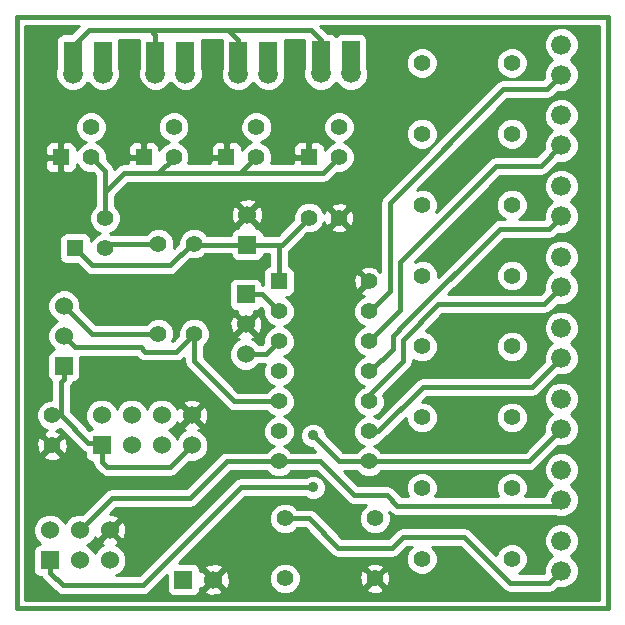
<source format=gtl>
G04 (created by PCBNEW-RS274X (2010-05-05 BZR 2356)-stable) date 08-11-2010 18:06:31*
G01*
G70*
G90*
%MOIN*%
G04 Gerber Fmt 3.4, Leading zero omitted, Abs format*
%FSLAX34Y34*%
G04 APERTURE LIST*
%ADD10C,0.006000*%
%ADD11C,0.015000*%
%ADD12R,0.060000X0.060000*%
%ADD13C,0.060000*%
%ADD14C,0.055000*%
%ADD15C,0.066000*%
%ADD16R,0.060000X0.118100*%
%ADD17R,0.055000X0.055000*%
%ADD18C,0.035000*%
%ADD19C,0.016000*%
%ADD20C,0.010000*%
G04 APERTURE END LIST*
G54D10*
G54D11*
X10335Y-27756D02*
X30020Y-27756D01*
X10335Y-08071D02*
X10335Y-27756D01*
X30020Y-08071D02*
X10335Y-08071D01*
X30020Y-27756D02*
X30020Y-08071D01*
G54D12*
X17953Y-17307D03*
G54D13*
X17953Y-18307D03*
X17953Y-19307D03*
G54D14*
X22258Y-24776D03*
X22258Y-26776D03*
X19258Y-24776D03*
X19258Y-26776D03*
G54D15*
X17699Y-09944D03*
X18699Y-09944D03*
G54D16*
X17699Y-09444D03*
X18699Y-09444D03*
G54D15*
X20457Y-09943D03*
X21457Y-09943D03*
G54D16*
X20457Y-09443D03*
X21457Y-09443D03*
G54D15*
X14945Y-09944D03*
X15945Y-09944D03*
G54D16*
X14945Y-09444D03*
X15945Y-09444D03*
G54D15*
X12189Y-09945D03*
X13189Y-09945D03*
G54D16*
X12189Y-09445D03*
X13189Y-09445D03*
G54D12*
X15878Y-26811D03*
G54D13*
X16878Y-26811D03*
G54D15*
X28475Y-25515D03*
X28475Y-26515D03*
X28474Y-23151D03*
X28474Y-24151D03*
X28473Y-20791D03*
X28473Y-21791D03*
X28474Y-18428D03*
X28474Y-19428D03*
X28475Y-16064D03*
X28475Y-17064D03*
X28474Y-13705D03*
X28474Y-14705D03*
X28472Y-11341D03*
X28472Y-12341D03*
X28474Y-08980D03*
X28474Y-09980D03*
G54D14*
X20061Y-14752D03*
X21061Y-14752D03*
G54D17*
X17305Y-12732D03*
G54D14*
X18305Y-12732D03*
X18305Y-11732D03*
G54D17*
X11794Y-12733D03*
G54D14*
X12794Y-12733D03*
X12794Y-11733D03*
G54D17*
X14552Y-12731D03*
G54D14*
X15552Y-12731D03*
X15552Y-11731D03*
G54D17*
X20062Y-12731D03*
G54D14*
X21062Y-12731D03*
X21062Y-11731D03*
G54D17*
X12266Y-15766D03*
G54D14*
X13266Y-15766D03*
X13266Y-14766D03*
X16228Y-18617D03*
X16228Y-15617D03*
X23825Y-26130D03*
X26825Y-26130D03*
X15046Y-18616D03*
X15046Y-15616D03*
X23823Y-23766D03*
X26823Y-23766D03*
X23825Y-19042D03*
X26825Y-19042D03*
X23823Y-21406D03*
X26823Y-21406D03*
X23826Y-16681D03*
X26826Y-16681D03*
X23824Y-09594D03*
X26824Y-09594D03*
X23825Y-14318D03*
X26825Y-14318D03*
X23824Y-11955D03*
X26824Y-11955D03*
G54D12*
X13156Y-22341D03*
G54D13*
X13156Y-21341D03*
X14156Y-22341D03*
X14156Y-21341D03*
X15156Y-22341D03*
X15156Y-21341D03*
X16156Y-22341D03*
X16156Y-21341D03*
G54D12*
X11424Y-26170D03*
G54D13*
X11424Y-25170D03*
X12424Y-26170D03*
X12424Y-25170D03*
X13424Y-26170D03*
X13424Y-25170D03*
G54D12*
X11895Y-19691D03*
G54D13*
X11895Y-18691D03*
X11895Y-17691D03*
G54D17*
X19060Y-16875D03*
G54D14*
X19060Y-17875D03*
X19060Y-18875D03*
X19060Y-19875D03*
X19060Y-20875D03*
X19060Y-21875D03*
X19060Y-22875D03*
X22060Y-22875D03*
X22060Y-21875D03*
X22060Y-20875D03*
X22060Y-19875D03*
X22060Y-18875D03*
X22060Y-17875D03*
X22060Y-16875D03*
G54D12*
X18001Y-15645D03*
G54D13*
X18001Y-14645D03*
G54D14*
X11499Y-21339D03*
X11499Y-22339D03*
G54D18*
X20197Y-22008D03*
X20197Y-23740D03*
G54D19*
X15046Y-18616D02*
X12820Y-18616D01*
X12820Y-18616D02*
X11895Y-17691D01*
X12258Y-19054D02*
X14448Y-19054D01*
X11895Y-18691D02*
X12258Y-19054D01*
X15791Y-19054D02*
X16228Y-18617D01*
X15632Y-19213D02*
X15791Y-19054D01*
X14607Y-19213D02*
X15632Y-19213D01*
X14448Y-19054D02*
X14607Y-19213D01*
X17568Y-20875D02*
X16228Y-19535D01*
X16228Y-19535D02*
X16228Y-18617D01*
X19060Y-20875D02*
X17568Y-20875D01*
X16063Y-24087D02*
X16109Y-24087D01*
X17321Y-22875D02*
X17775Y-22875D01*
X16109Y-24087D02*
X17321Y-22875D01*
X19060Y-22875D02*
X20435Y-22875D01*
X20435Y-22875D02*
X21565Y-24005D01*
X28255Y-24370D02*
X28474Y-24151D01*
X23013Y-24370D02*
X28255Y-24370D01*
X22648Y-24005D02*
X23013Y-24370D01*
X13507Y-24087D02*
X12424Y-25170D01*
X16063Y-24087D02*
X13507Y-24087D01*
X17775Y-22875D02*
X19060Y-22875D01*
X21565Y-24005D02*
X22648Y-24005D01*
X15046Y-15616D02*
X13416Y-15616D01*
X13416Y-15616D02*
X13266Y-15766D01*
X26299Y-13031D02*
X27782Y-13031D01*
X23110Y-16220D02*
X26299Y-13031D01*
X23110Y-17835D02*
X23110Y-16220D01*
X22643Y-18302D02*
X23110Y-17835D01*
X22641Y-18294D02*
X22633Y-18302D01*
X22633Y-18302D02*
X22060Y-18875D01*
X22633Y-18302D02*
X22643Y-18302D01*
X27782Y-13031D02*
X28472Y-12341D01*
X22086Y-17875D02*
X22756Y-17205D01*
X22756Y-17205D02*
X22756Y-14252D01*
X22060Y-17875D02*
X22086Y-17875D01*
X27982Y-10472D02*
X28474Y-09980D01*
X26536Y-10472D02*
X27982Y-10472D01*
X22756Y-14252D02*
X26536Y-10472D01*
X22060Y-19875D02*
X22093Y-19875D01*
X26417Y-15118D02*
X26851Y-15118D01*
X23268Y-18267D02*
X26417Y-15118D01*
X28061Y-15118D02*
X28474Y-14705D01*
X26851Y-15118D02*
X28061Y-15118D01*
X22093Y-19875D02*
X22855Y-19113D01*
X22855Y-18680D02*
X23268Y-18267D01*
X22855Y-19113D02*
X22855Y-18680D01*
X22060Y-21875D02*
X22377Y-21875D01*
X27508Y-20394D02*
X28474Y-19428D01*
X23858Y-20394D02*
X27508Y-20394D01*
X22377Y-21875D02*
X23858Y-20394D01*
X27901Y-17638D02*
X28475Y-17064D01*
X26299Y-17638D02*
X27901Y-17638D01*
X22060Y-20875D02*
X22060Y-20657D01*
X24370Y-17638D02*
X26299Y-17638D01*
X23189Y-18819D02*
X24370Y-17638D01*
X23189Y-19528D02*
X23189Y-18819D01*
X22060Y-20657D02*
X23189Y-19528D01*
X17953Y-19307D02*
X18628Y-19307D01*
X18628Y-19307D02*
X19060Y-18875D01*
X18492Y-17307D02*
X19060Y-17875D01*
X17953Y-17307D02*
X18492Y-17307D01*
X13189Y-09945D02*
X13189Y-09445D01*
X15945Y-09944D02*
X15945Y-09444D01*
X18699Y-09944D02*
X18699Y-09444D01*
X21457Y-09943D02*
X21457Y-09443D01*
X12696Y-22245D02*
X13060Y-22245D01*
X11790Y-21339D02*
X12696Y-22245D01*
X13060Y-22245D02*
X13156Y-22341D01*
X13156Y-22341D02*
X13156Y-22880D01*
X13156Y-22880D02*
X13347Y-23071D01*
X13347Y-23071D02*
X15426Y-23071D01*
X15426Y-23071D02*
X16156Y-22341D01*
X11895Y-19691D02*
X11895Y-20134D01*
X11790Y-20239D02*
X11895Y-20134D01*
X11790Y-21339D02*
X11499Y-21339D01*
X11790Y-21339D02*
X11790Y-20239D01*
X19258Y-24776D02*
X20051Y-24776D01*
X23188Y-25394D02*
X25236Y-25394D01*
X22834Y-25748D02*
X23188Y-25394D01*
X21023Y-25748D02*
X22834Y-25748D01*
X20051Y-24776D02*
X21023Y-25748D01*
X25236Y-25394D02*
X26771Y-26929D01*
X26771Y-26929D02*
X28061Y-26929D01*
X28061Y-26929D02*
X28475Y-26515D01*
X11424Y-26170D02*
X11424Y-26582D01*
X21064Y-22875D02*
X22060Y-22875D01*
X20197Y-22008D02*
X21064Y-22875D01*
X17796Y-23740D02*
X20197Y-23740D01*
X14528Y-27008D02*
X17796Y-23740D01*
X11850Y-27008D02*
X14528Y-27008D01*
X11424Y-26582D02*
X11850Y-27008D01*
X27389Y-22875D02*
X28473Y-21791D01*
X22060Y-22875D02*
X27389Y-22875D01*
X17769Y-13268D02*
X20525Y-13268D01*
X20525Y-13268D02*
X21062Y-12731D01*
X15039Y-13268D02*
X17769Y-13268D01*
X17769Y-13268D02*
X18305Y-12732D01*
X15552Y-12731D02*
X15552Y-12755D01*
X13897Y-13268D02*
X13266Y-13899D01*
X15039Y-13268D02*
X13897Y-13268D01*
X15552Y-12755D02*
X15039Y-13268D01*
X13266Y-14766D02*
X13266Y-13899D01*
X13266Y-13899D02*
X13266Y-13205D01*
X13266Y-13205D02*
X12794Y-12733D01*
X20457Y-09943D02*
X20457Y-09443D01*
X17699Y-09944D02*
X17699Y-09444D01*
X12189Y-09945D02*
X12189Y-09445D01*
X14945Y-09944D02*
X14945Y-09444D01*
X20457Y-09943D02*
X20457Y-08843D01*
X20457Y-08843D02*
X20118Y-08504D01*
X17699Y-09944D02*
X17699Y-08841D01*
X17699Y-08841D02*
X17362Y-08504D01*
X14945Y-09944D02*
X14945Y-08646D01*
X14945Y-08646D02*
X14803Y-08504D01*
X12189Y-09945D02*
X12189Y-09031D01*
X12189Y-09031D02*
X12716Y-08504D01*
X12716Y-08504D02*
X14803Y-08504D01*
X14803Y-08504D02*
X17362Y-08504D01*
X17362Y-08504D02*
X20118Y-08504D01*
X16228Y-15617D02*
X16155Y-15617D01*
X12839Y-16339D02*
X12266Y-15766D01*
X15433Y-16339D02*
X12839Y-16339D01*
X16155Y-15617D02*
X15433Y-16339D01*
X16256Y-15645D02*
X16228Y-15617D01*
X18001Y-15645D02*
X16256Y-15645D01*
X19060Y-15645D02*
X19060Y-16875D01*
X19168Y-15645D02*
X19060Y-15645D01*
X20061Y-14752D02*
X19168Y-15645D01*
X19060Y-15645D02*
X18001Y-15645D01*
G54D20*
X10610Y-08346D02*
X12407Y-08346D01*
X20426Y-08346D02*
X29745Y-08346D01*
X10610Y-08426D02*
X12327Y-08426D01*
X20506Y-08426D02*
X28297Y-08426D01*
X28653Y-08426D02*
X29745Y-08426D01*
X10610Y-08506D02*
X12247Y-08506D01*
X20586Y-08506D02*
X28128Y-08506D01*
X28820Y-08506D02*
X29745Y-08506D01*
X10610Y-08586D02*
X12167Y-08586D01*
X20666Y-08586D02*
X28048Y-08586D01*
X28900Y-08586D02*
X29745Y-08586D01*
X10610Y-08666D02*
X11726Y-08666D01*
X20922Y-08666D02*
X20992Y-08666D01*
X21922Y-08666D02*
X27977Y-08666D01*
X28972Y-08666D02*
X29745Y-08666D01*
X10610Y-08746D02*
X11665Y-08746D01*
X21983Y-08746D02*
X27944Y-08746D01*
X29005Y-08746D02*
X29745Y-08746D01*
X10610Y-08826D02*
X11640Y-08826D01*
X22006Y-08826D02*
X27910Y-08826D01*
X29038Y-08826D02*
X29745Y-08826D01*
X10610Y-08906D02*
X11640Y-08906D01*
X13738Y-08906D02*
X14396Y-08906D01*
X16494Y-08906D02*
X17150Y-08906D01*
X19248Y-08906D02*
X19908Y-08906D01*
X22006Y-08906D02*
X27894Y-08906D01*
X29054Y-08906D02*
X29745Y-08906D01*
X10610Y-08986D02*
X11640Y-08986D01*
X13738Y-08986D02*
X14396Y-08986D01*
X16494Y-08986D02*
X17150Y-08986D01*
X19248Y-08986D02*
X19908Y-08986D01*
X22006Y-08986D02*
X27894Y-08986D01*
X29054Y-08986D02*
X29745Y-08986D01*
X10610Y-09066D02*
X11640Y-09066D01*
X13738Y-09066D02*
X14396Y-09066D01*
X16494Y-09066D02*
X17150Y-09066D01*
X19248Y-09066D02*
X19908Y-09066D01*
X22006Y-09066D02*
X27894Y-09066D01*
X29054Y-09066D02*
X29745Y-09066D01*
X10610Y-09146D02*
X11640Y-09146D01*
X13738Y-09146D02*
X14396Y-09146D01*
X16494Y-09146D02*
X17150Y-09146D01*
X19248Y-09146D02*
X19908Y-09146D01*
X22006Y-09146D02*
X23535Y-09146D01*
X24115Y-09146D02*
X26535Y-09146D01*
X27115Y-09146D02*
X27915Y-09146D01*
X29033Y-09146D02*
X29745Y-09146D01*
X10610Y-09226D02*
X11640Y-09226D01*
X13738Y-09226D02*
X14396Y-09226D01*
X16494Y-09226D02*
X17150Y-09226D01*
X19248Y-09226D02*
X19908Y-09226D01*
X22006Y-09226D02*
X23450Y-09226D01*
X24199Y-09226D02*
X26450Y-09226D01*
X27199Y-09226D02*
X27948Y-09226D01*
X28999Y-09226D02*
X29745Y-09226D01*
X10610Y-09306D02*
X11640Y-09306D01*
X13738Y-09306D02*
X14396Y-09306D01*
X16494Y-09306D02*
X17150Y-09306D01*
X19248Y-09306D02*
X19908Y-09306D01*
X22006Y-09306D02*
X23375Y-09306D01*
X24273Y-09306D02*
X26375Y-09306D01*
X27273Y-09306D02*
X27981Y-09306D01*
X28966Y-09306D02*
X29745Y-09306D01*
X10610Y-09386D02*
X11640Y-09386D01*
X13738Y-09386D02*
X14396Y-09386D01*
X16494Y-09386D02*
X17150Y-09386D01*
X19248Y-09386D02*
X19908Y-09386D01*
X22006Y-09386D02*
X23342Y-09386D01*
X24306Y-09386D02*
X26342Y-09386D01*
X27306Y-09386D02*
X28060Y-09386D01*
X28888Y-09386D02*
X29745Y-09386D01*
X10610Y-09466D02*
X11640Y-09466D01*
X13738Y-09466D02*
X14396Y-09466D01*
X16494Y-09466D02*
X17150Y-09466D01*
X19248Y-09466D02*
X19908Y-09466D01*
X22006Y-09466D02*
X23309Y-09466D01*
X24340Y-09466D02*
X26309Y-09466D01*
X27340Y-09466D02*
X28140Y-09466D01*
X28808Y-09466D02*
X29745Y-09466D01*
X10610Y-09546D02*
X11640Y-09546D01*
X13738Y-09546D02*
X14396Y-09546D01*
X16494Y-09546D02*
X17150Y-09546D01*
X19248Y-09546D02*
X19908Y-09546D01*
X22006Y-09546D02*
X23299Y-09546D01*
X24349Y-09546D02*
X26299Y-09546D01*
X27349Y-09546D02*
X28088Y-09546D01*
X28860Y-09546D02*
X29745Y-09546D01*
X10610Y-09626D02*
X11640Y-09626D01*
X13738Y-09626D02*
X14396Y-09626D01*
X16494Y-09626D02*
X17150Y-09626D01*
X19248Y-09626D02*
X19908Y-09626D01*
X22006Y-09626D02*
X23299Y-09626D01*
X24349Y-09626D02*
X26299Y-09626D01*
X27349Y-09626D02*
X28008Y-09626D01*
X28940Y-09626D02*
X29745Y-09626D01*
X10610Y-09706D02*
X11640Y-09706D01*
X13738Y-09706D02*
X14396Y-09706D01*
X16494Y-09706D02*
X17150Y-09706D01*
X19248Y-09706D02*
X19908Y-09706D01*
X22006Y-09706D02*
X23302Y-09706D01*
X24346Y-09706D02*
X26302Y-09706D01*
X27346Y-09706D02*
X27961Y-09706D01*
X28989Y-09706D02*
X29745Y-09706D01*
X10610Y-09786D02*
X11627Y-09786D01*
X13752Y-09786D02*
X14383Y-09786D01*
X16508Y-09786D02*
X17137Y-09786D01*
X19262Y-09786D02*
X19894Y-09786D01*
X22020Y-09786D02*
X23335Y-09786D01*
X24312Y-09786D02*
X26335Y-09786D01*
X27312Y-09786D02*
X27927Y-09786D01*
X29022Y-09786D02*
X29745Y-09786D01*
X10610Y-09866D02*
X11609Y-09866D01*
X13769Y-09866D02*
X14365Y-09866D01*
X16525Y-09866D02*
X17119Y-09866D01*
X19279Y-09866D02*
X19877Y-09866D01*
X22037Y-09866D02*
X23368Y-09866D01*
X24279Y-09866D02*
X26368Y-09866D01*
X27279Y-09866D02*
X27894Y-09866D01*
X29054Y-09866D02*
X29745Y-09866D01*
X10610Y-09946D02*
X11609Y-09946D01*
X13769Y-09946D02*
X14365Y-09946D01*
X16525Y-09946D02*
X17119Y-09946D01*
X19279Y-09946D02*
X19877Y-09946D01*
X22037Y-09946D02*
X23433Y-09946D01*
X24214Y-09946D02*
X26433Y-09946D01*
X27214Y-09946D02*
X27894Y-09946D01*
X29054Y-09946D02*
X29745Y-09946D01*
X10610Y-10026D02*
X11609Y-10026D01*
X13769Y-10026D02*
X14365Y-10026D01*
X16525Y-10026D02*
X17119Y-10026D01*
X19279Y-10026D02*
X19877Y-10026D01*
X22037Y-10026D02*
X23513Y-10026D01*
X24134Y-10026D02*
X26513Y-10026D01*
X27134Y-10026D02*
X27894Y-10026D01*
X29054Y-10026D02*
X29745Y-10026D01*
X10610Y-10106D02*
X11628Y-10106D01*
X13750Y-10106D02*
X14384Y-10106D01*
X16505Y-10106D02*
X17138Y-10106D01*
X19259Y-10106D02*
X19896Y-10106D01*
X22017Y-10106D02*
X23687Y-10106D01*
X23959Y-10106D02*
X26687Y-10106D01*
X26959Y-10106D02*
X27881Y-10106D01*
X29049Y-10106D02*
X29745Y-10106D01*
X10610Y-10186D02*
X11661Y-10186D01*
X13716Y-10186D02*
X14417Y-10186D01*
X16472Y-10186D02*
X17171Y-10186D01*
X19226Y-10186D02*
X19929Y-10186D01*
X21983Y-10186D02*
X26381Y-10186D01*
X29016Y-10186D02*
X29745Y-10186D01*
X10610Y-10266D02*
X11694Y-10266D01*
X12683Y-10266D02*
X12693Y-10266D01*
X13683Y-10266D02*
X14450Y-10266D01*
X15438Y-10266D02*
X15450Y-10266D01*
X16438Y-10266D02*
X17204Y-10266D01*
X18192Y-10266D02*
X18204Y-10266D01*
X19192Y-10266D02*
X19962Y-10266D01*
X20950Y-10266D02*
X20962Y-10266D01*
X21950Y-10266D02*
X26275Y-10266D01*
X28982Y-10266D02*
X29745Y-10266D01*
X10610Y-10346D02*
X11770Y-10346D01*
X12608Y-10346D02*
X12770Y-10346D01*
X13608Y-10346D02*
X14527Y-10346D01*
X15363Y-10346D02*
X15527Y-10346D01*
X16363Y-10346D02*
X17281Y-10346D01*
X18117Y-10346D02*
X18281Y-10346D01*
X19117Y-10346D02*
X20040Y-10346D01*
X20874Y-10346D02*
X21040Y-10346D01*
X21874Y-10346D02*
X26195Y-10346D01*
X28928Y-10346D02*
X29745Y-10346D01*
X10610Y-10426D02*
X11850Y-10426D01*
X12528Y-10426D02*
X12850Y-10426D01*
X13528Y-10426D02*
X14607Y-10426D01*
X15283Y-10426D02*
X15607Y-10426D01*
X16283Y-10426D02*
X17361Y-10426D01*
X18037Y-10426D02*
X18361Y-10426D01*
X19037Y-10426D02*
X20120Y-10426D01*
X20794Y-10426D02*
X21120Y-10426D01*
X21794Y-10426D02*
X26115Y-10426D01*
X28848Y-10426D02*
X29745Y-10426D01*
X10610Y-10506D02*
X12027Y-10506D01*
X12349Y-10506D02*
X13027Y-10506D01*
X13349Y-10506D02*
X14785Y-10506D01*
X15103Y-10506D02*
X15785Y-10506D01*
X16103Y-10506D02*
X17539Y-10506D01*
X17857Y-10506D02*
X18539Y-10506D01*
X18857Y-10506D02*
X20300Y-10506D01*
X20613Y-10506D02*
X21300Y-10506D01*
X21613Y-10506D02*
X26035Y-10506D01*
X28719Y-10506D02*
X29745Y-10506D01*
X10610Y-10586D02*
X25955Y-10586D01*
X28333Y-10586D02*
X29745Y-10586D01*
X10610Y-10666D02*
X25875Y-10666D01*
X28253Y-10666D02*
X29745Y-10666D01*
X10610Y-10746D02*
X25795Y-10746D01*
X28154Y-10746D02*
X29745Y-10746D01*
X10610Y-10826D02*
X25715Y-10826D01*
X26647Y-10826D02*
X28200Y-10826D01*
X28744Y-10826D02*
X29745Y-10826D01*
X10610Y-10906D02*
X25635Y-10906D01*
X26567Y-10906D02*
X28087Y-10906D01*
X28857Y-10906D02*
X29745Y-10906D01*
X10610Y-10986D02*
X25555Y-10986D01*
X26487Y-10986D02*
X28007Y-10986D01*
X28937Y-10986D02*
X29745Y-10986D01*
X10610Y-11066D02*
X25475Y-11066D01*
X26407Y-11066D02*
X27959Y-11066D01*
X28986Y-11066D02*
X29745Y-11066D01*
X10610Y-11146D02*
X25395Y-11146D01*
X26327Y-11146D02*
X27926Y-11146D01*
X29019Y-11146D02*
X29745Y-11146D01*
X10610Y-11226D02*
X12647Y-11226D01*
X12943Y-11226D02*
X15400Y-11226D01*
X15706Y-11226D02*
X18156Y-11226D01*
X18456Y-11226D02*
X20910Y-11226D01*
X21216Y-11226D02*
X25315Y-11226D01*
X26247Y-11226D02*
X27892Y-11226D01*
X29052Y-11226D02*
X29745Y-11226D01*
X10610Y-11306D02*
X12479Y-11306D01*
X13110Y-11306D02*
X15235Y-11306D01*
X15870Y-11306D02*
X17989Y-11306D01*
X18622Y-11306D02*
X20745Y-11306D01*
X21380Y-11306D02*
X25235Y-11306D01*
X26167Y-11306D02*
X27892Y-11306D01*
X29052Y-11306D02*
X29745Y-11306D01*
X10610Y-11386D02*
X12399Y-11386D01*
X13190Y-11386D02*
X15155Y-11386D01*
X15950Y-11386D02*
X17909Y-11386D01*
X18702Y-11386D02*
X20665Y-11386D01*
X21460Y-11386D02*
X25155Y-11386D01*
X26087Y-11386D02*
X27892Y-11386D01*
X29052Y-11386D02*
X29745Y-11386D01*
X10610Y-11466D02*
X12337Y-11466D01*
X13252Y-11466D02*
X15094Y-11466D01*
X16011Y-11466D02*
X17847Y-11466D01*
X18763Y-11466D02*
X20604Y-11466D01*
X21521Y-11466D02*
X23633Y-11466D01*
X24016Y-11466D02*
X25075Y-11466D01*
X26007Y-11466D02*
X26634Y-11466D01*
X27016Y-11466D02*
X27896Y-11466D01*
X29048Y-11466D02*
X29745Y-11466D01*
X10610Y-11546D02*
X12303Y-11546D01*
X13285Y-11546D02*
X15061Y-11546D01*
X16044Y-11546D02*
X17814Y-11546D01*
X18797Y-11546D02*
X20571Y-11546D01*
X21554Y-11546D02*
X23491Y-11546D01*
X24158Y-11546D02*
X24995Y-11546D01*
X25927Y-11546D02*
X26491Y-11546D01*
X27158Y-11546D02*
X27929Y-11546D01*
X29014Y-11546D02*
X29745Y-11546D01*
X10610Y-11626D02*
X12270Y-11626D01*
X13318Y-11626D02*
X15027Y-11626D01*
X16077Y-11626D02*
X17781Y-11626D01*
X18830Y-11626D02*
X20537Y-11626D01*
X21587Y-11626D02*
X23411Y-11626D01*
X24238Y-11626D02*
X24915Y-11626D01*
X25847Y-11626D02*
X26411Y-11626D01*
X27238Y-11626D02*
X27962Y-11626D01*
X28981Y-11626D02*
X29745Y-11626D01*
X10610Y-11706D02*
X12269Y-11706D01*
X13319Y-11706D02*
X15027Y-11706D01*
X16077Y-11706D02*
X17780Y-11706D01*
X18830Y-11706D02*
X20537Y-11706D01*
X21587Y-11706D02*
X23359Y-11706D01*
X24289Y-11706D02*
X24835Y-11706D01*
X25767Y-11706D02*
X26359Y-11706D01*
X27289Y-11706D02*
X28017Y-11706D01*
X28927Y-11706D02*
X29745Y-11706D01*
X10610Y-11786D02*
X12269Y-11786D01*
X13319Y-11786D02*
X15027Y-11786D01*
X16077Y-11786D02*
X17780Y-11786D01*
X18830Y-11786D02*
X20537Y-11786D01*
X21587Y-11786D02*
X23326Y-11786D01*
X24323Y-11786D02*
X24755Y-11786D01*
X25687Y-11786D02*
X26326Y-11786D01*
X27323Y-11786D02*
X28097Y-11786D01*
X28847Y-11786D02*
X29745Y-11786D01*
X10610Y-11866D02*
X12281Y-11866D01*
X13307Y-11866D02*
X15039Y-11866D01*
X16064Y-11866D02*
X17792Y-11866D01*
X18817Y-11866D02*
X20549Y-11866D01*
X21574Y-11866D02*
X23299Y-11866D01*
X24349Y-11866D02*
X24675Y-11866D01*
X25607Y-11866D02*
X26299Y-11866D01*
X27349Y-11866D02*
X28127Y-11866D01*
X28817Y-11866D02*
X29745Y-11866D01*
X10610Y-11946D02*
X12314Y-11946D01*
X13274Y-11946D02*
X15073Y-11946D01*
X16031Y-11946D02*
X17825Y-11946D01*
X18784Y-11946D02*
X20583Y-11946D01*
X21541Y-11946D02*
X23299Y-11946D01*
X24349Y-11946D02*
X24595Y-11946D01*
X25527Y-11946D02*
X26299Y-11946D01*
X27349Y-11946D02*
X28047Y-11946D01*
X28897Y-11946D02*
X29745Y-11946D01*
X10610Y-12026D02*
X12347Y-12026D01*
X13241Y-12026D02*
X15106Y-12026D01*
X15998Y-12026D02*
X17858Y-12026D01*
X18751Y-12026D02*
X20616Y-12026D01*
X21508Y-12026D02*
X23299Y-12026D01*
X24349Y-12026D02*
X24515Y-12026D01*
X25447Y-12026D02*
X26299Y-12026D01*
X27349Y-12026D02*
X27976Y-12026D01*
X28970Y-12026D02*
X29745Y-12026D01*
X10610Y-12106D02*
X12424Y-12106D01*
X13163Y-12106D02*
X15184Y-12106D01*
X15919Y-12106D02*
X17936Y-12106D01*
X18673Y-12106D02*
X20694Y-12106D01*
X21429Y-12106D02*
X23318Y-12106D01*
X24329Y-12106D02*
X24435Y-12106D01*
X25367Y-12106D02*
X26318Y-12106D01*
X27329Y-12106D02*
X27942Y-12106D01*
X29003Y-12106D02*
X29745Y-12106D01*
X10610Y-12186D02*
X12515Y-12186D01*
X13071Y-12186D02*
X15278Y-12186D01*
X15824Y-12186D02*
X18028Y-12186D01*
X18579Y-12186D02*
X20788Y-12186D01*
X21334Y-12186D02*
X23351Y-12186D01*
X24296Y-12186D02*
X24355Y-12186D01*
X25287Y-12186D02*
X26351Y-12186D01*
X27296Y-12186D02*
X27909Y-12186D01*
X29036Y-12186D02*
X29745Y-12186D01*
X10610Y-12266D02*
X11359Y-12266D01*
X11740Y-12266D02*
X11848Y-12266D01*
X12229Y-12266D02*
X12550Y-12266D01*
X13040Y-12266D02*
X14115Y-12266D01*
X14500Y-12266D02*
X14604Y-12266D01*
X14989Y-12266D02*
X15303Y-12266D01*
X15803Y-12266D02*
X16869Y-12266D01*
X17252Y-12266D02*
X17358Y-12266D01*
X17741Y-12266D02*
X18059Y-12266D01*
X18553Y-12266D02*
X19625Y-12266D01*
X20010Y-12266D02*
X20114Y-12266D01*
X20499Y-12266D02*
X20813Y-12266D01*
X21313Y-12266D02*
X23392Y-12266D01*
X24255Y-12266D02*
X24275Y-12266D01*
X25207Y-12266D02*
X26392Y-12266D01*
X27255Y-12266D02*
X27892Y-12266D01*
X29052Y-12266D02*
X29745Y-12266D01*
X10610Y-12346D02*
X11296Y-12346D01*
X11744Y-12346D02*
X11844Y-12346D01*
X12293Y-12346D02*
X12439Y-12346D01*
X13150Y-12346D02*
X14054Y-12346D01*
X14502Y-12346D02*
X14602Y-12346D01*
X15051Y-12346D02*
X15195Y-12346D01*
X15910Y-12346D02*
X16807Y-12346D01*
X17255Y-12346D02*
X17355Y-12346D01*
X17804Y-12346D02*
X17949Y-12346D01*
X18662Y-12346D02*
X19564Y-12346D01*
X20012Y-12346D02*
X20112Y-12346D01*
X20561Y-12346D02*
X20705Y-12346D01*
X21420Y-12346D02*
X23472Y-12346D01*
X24175Y-12346D02*
X24195Y-12346D01*
X25127Y-12346D02*
X26472Y-12346D01*
X27175Y-12346D02*
X27892Y-12346D01*
X29052Y-12346D02*
X29745Y-12346D01*
X10610Y-12426D02*
X11270Y-12426D01*
X11744Y-12426D02*
X11844Y-12426D01*
X12318Y-12426D02*
X12359Y-12426D01*
X13230Y-12426D02*
X14028Y-12426D01*
X14502Y-12426D02*
X14602Y-12426D01*
X15076Y-12426D02*
X15115Y-12426D01*
X15990Y-12426D02*
X16781Y-12426D01*
X17255Y-12426D02*
X17355Y-12426D01*
X17829Y-12426D02*
X17869Y-12426D01*
X18742Y-12426D02*
X19538Y-12426D01*
X20012Y-12426D02*
X20112Y-12426D01*
X20586Y-12426D02*
X20625Y-12426D01*
X21500Y-12426D02*
X23588Y-12426D01*
X24058Y-12426D02*
X24115Y-12426D01*
X25047Y-12426D02*
X26588Y-12426D01*
X27058Y-12426D02*
X27892Y-12426D01*
X29052Y-12426D02*
X29745Y-12426D01*
X10610Y-12506D02*
X11270Y-12506D01*
X11744Y-12506D02*
X11844Y-12506D01*
X12318Y-12506D02*
X12320Y-12506D01*
X13269Y-12506D02*
X14028Y-12506D01*
X14502Y-12506D02*
X14602Y-12506D01*
X15076Y-12506D02*
X15077Y-12506D01*
X16027Y-12506D02*
X16781Y-12506D01*
X17255Y-12506D02*
X17355Y-12506D01*
X17829Y-12506D02*
X17830Y-12506D01*
X18780Y-12506D02*
X19538Y-12506D01*
X20012Y-12506D02*
X20112Y-12506D01*
X20586Y-12506D02*
X20587Y-12506D01*
X21537Y-12506D02*
X24035Y-12506D01*
X24967Y-12506D02*
X27840Y-12506D01*
X29031Y-12506D02*
X29745Y-12506D01*
X10610Y-12586D02*
X11270Y-12586D01*
X11744Y-12586D02*
X11844Y-12586D01*
X13302Y-12586D02*
X14028Y-12586D01*
X14502Y-12586D02*
X14602Y-12586D01*
X16061Y-12586D02*
X16781Y-12586D01*
X17255Y-12586D02*
X17355Y-12586D01*
X18813Y-12586D02*
X19538Y-12586D01*
X20012Y-12586D02*
X20112Y-12586D01*
X21571Y-12586D02*
X23955Y-12586D01*
X24887Y-12586D02*
X27760Y-12586D01*
X28998Y-12586D02*
X29745Y-12586D01*
X10610Y-12666D02*
X11314Y-12666D01*
X11744Y-12666D02*
X11844Y-12666D01*
X13319Y-12666D02*
X14074Y-12666D01*
X14502Y-12666D02*
X14602Y-12666D01*
X16077Y-12666D02*
X16826Y-12666D01*
X17255Y-12666D02*
X17355Y-12666D01*
X18830Y-12666D02*
X19584Y-12666D01*
X20012Y-12666D02*
X20112Y-12666D01*
X21587Y-12666D02*
X23875Y-12666D01*
X24807Y-12666D02*
X27680Y-12666D01*
X28964Y-12666D02*
X29745Y-12666D01*
X10610Y-12746D02*
X11844Y-12746D01*
X13319Y-12746D02*
X14602Y-12746D01*
X16077Y-12746D02*
X17355Y-12746D01*
X18830Y-12746D02*
X20112Y-12746D01*
X21587Y-12746D02*
X23795Y-12746D01*
X24727Y-12746D02*
X26143Y-12746D01*
X28887Y-12746D02*
X29745Y-12746D01*
X10610Y-12826D02*
X11288Y-12826D01*
X11744Y-12826D02*
X11844Y-12826D01*
X13354Y-12826D02*
X14044Y-12826D01*
X16077Y-12826D02*
X16798Y-12826D01*
X18830Y-12826D02*
X19554Y-12826D01*
X21587Y-12826D02*
X23716Y-12826D01*
X24647Y-12826D02*
X26037Y-12826D01*
X28807Y-12826D02*
X29745Y-12826D01*
X10610Y-12906D02*
X11269Y-12906D01*
X11744Y-12906D02*
X11844Y-12906D01*
X13434Y-12906D02*
X14027Y-12906D01*
X16047Y-12906D02*
X16780Y-12906D01*
X18801Y-12906D02*
X19537Y-12906D01*
X21557Y-12906D02*
X23636Y-12906D01*
X24567Y-12906D02*
X25957Y-12906D01*
X28623Y-12906D02*
X29745Y-12906D01*
X10610Y-12986D02*
X11270Y-12986D01*
X11744Y-12986D02*
X11844Y-12986D01*
X12318Y-12986D02*
X12330Y-12986D01*
X13509Y-12986D02*
X13736Y-12986D01*
X21524Y-12986D02*
X23556Y-12986D01*
X24487Y-12986D02*
X25877Y-12986D01*
X28293Y-12986D02*
X29745Y-12986D01*
X10610Y-13066D02*
X11273Y-13066D01*
X11744Y-13066D02*
X11844Y-13066D01*
X12314Y-13066D02*
X12384Y-13066D01*
X13562Y-13066D02*
X13632Y-13066D01*
X21469Y-13066D02*
X23476Y-13066D01*
X24407Y-13066D02*
X25797Y-13066D01*
X28213Y-13066D02*
X29745Y-13066D01*
X10610Y-13146D02*
X11306Y-13146D01*
X11744Y-13146D02*
X11844Y-13146D01*
X12281Y-13146D02*
X12464Y-13146D01*
X21389Y-13146D02*
X23396Y-13146D01*
X24327Y-13146D02*
X25717Y-13146D01*
X28133Y-13146D02*
X28309Y-13146D01*
X28641Y-13146D02*
X29745Y-13146D01*
X10610Y-13226D02*
X11394Y-13226D01*
X11714Y-13226D02*
X11874Y-13226D01*
X12193Y-13226D02*
X12611Y-13226D01*
X21238Y-13226D02*
X23316Y-13226D01*
X24247Y-13226D02*
X25637Y-13226D01*
X28053Y-13226D02*
X28133Y-13226D01*
X28815Y-13226D02*
X29745Y-13226D01*
X10610Y-13306D02*
X12900Y-13306D01*
X20953Y-13306D02*
X23236Y-13306D01*
X24167Y-13306D02*
X25557Y-13306D01*
X27953Y-13306D02*
X28053Y-13306D01*
X28895Y-13306D02*
X29745Y-13306D01*
X10610Y-13386D02*
X12936Y-13386D01*
X20873Y-13386D02*
X23156Y-13386D01*
X24087Y-13386D02*
X25477Y-13386D01*
X26410Y-13386D02*
X27979Y-13386D01*
X28970Y-13386D02*
X29745Y-13386D01*
X10610Y-13466D02*
X12936Y-13466D01*
X20793Y-13466D02*
X23076Y-13466D01*
X24007Y-13466D02*
X25397Y-13466D01*
X26330Y-13466D02*
X27946Y-13466D01*
X29003Y-13466D02*
X29745Y-13466D01*
X10610Y-13546D02*
X12936Y-13546D01*
X20691Y-13546D02*
X22996Y-13546D01*
X23927Y-13546D02*
X25317Y-13546D01*
X26250Y-13546D02*
X27912Y-13546D01*
X29036Y-13546D02*
X29745Y-13546D01*
X10610Y-13626D02*
X12936Y-13626D01*
X14005Y-13626D02*
X22916Y-13626D01*
X23847Y-13626D02*
X25237Y-13626D01*
X26170Y-13626D02*
X27894Y-13626D01*
X29054Y-13626D02*
X29745Y-13626D01*
X10610Y-13706D02*
X12936Y-13706D01*
X13925Y-13706D02*
X22836Y-13706D01*
X23767Y-13706D02*
X25157Y-13706D01*
X26090Y-13706D02*
X27894Y-13706D01*
X29054Y-13706D02*
X29745Y-13706D01*
X10610Y-13786D02*
X12936Y-13786D01*
X13845Y-13786D02*
X22756Y-13786D01*
X23687Y-13786D02*
X25077Y-13786D01*
X26010Y-13786D02*
X27894Y-13786D01*
X29054Y-13786D02*
X29745Y-13786D01*
X10610Y-13866D02*
X12936Y-13866D01*
X13765Y-13866D02*
X22676Y-13866D01*
X24107Y-13866D02*
X24997Y-13866D01*
X25930Y-13866D02*
X26545Y-13866D01*
X27107Y-13866D02*
X27913Y-13866D01*
X29035Y-13866D02*
X29745Y-13866D01*
X10610Y-13946D02*
X12936Y-13946D01*
X13685Y-13946D02*
X22596Y-13946D01*
X24196Y-13946D02*
X24917Y-13946D01*
X25850Y-13946D02*
X26455Y-13946D01*
X27196Y-13946D02*
X27946Y-13946D01*
X29001Y-13946D02*
X29745Y-13946D01*
X10610Y-14026D02*
X12936Y-14026D01*
X13605Y-14026D02*
X22519Y-14026D01*
X24273Y-14026D02*
X24837Y-14026D01*
X25770Y-14026D02*
X26378Y-14026D01*
X27273Y-14026D02*
X27979Y-14026D01*
X28968Y-14026D02*
X29745Y-14026D01*
X10610Y-14106D02*
X12936Y-14106D01*
X13596Y-14106D02*
X18003Y-14106D01*
X18092Y-14106D02*
X22464Y-14106D01*
X24306Y-14106D02*
X24757Y-14106D01*
X25690Y-14106D02*
X26345Y-14106D01*
X27306Y-14106D02*
X28055Y-14106D01*
X28893Y-14106D02*
X29745Y-14106D01*
X10610Y-14186D02*
X12936Y-14186D01*
X13596Y-14186D02*
X17717Y-14186D01*
X18286Y-14186D02*
X22439Y-14186D01*
X24339Y-14186D02*
X24677Y-14186D01*
X25610Y-14186D02*
X26312Y-14186D01*
X27339Y-14186D02*
X28135Y-14186D01*
X28813Y-14186D02*
X29745Y-14186D01*
X10610Y-14266D02*
X12936Y-14266D01*
X13596Y-14266D02*
X17694Y-14266D01*
X18309Y-14266D02*
X19863Y-14266D01*
X20261Y-14266D02*
X20878Y-14266D01*
X21231Y-14266D02*
X22426Y-14266D01*
X24350Y-14266D02*
X24597Y-14266D01*
X25530Y-14266D02*
X26300Y-14266D01*
X27350Y-14266D02*
X28093Y-14266D01*
X28855Y-14266D02*
X29745Y-14266D01*
X10610Y-14346D02*
X12936Y-14346D01*
X13596Y-14346D02*
X17592Y-14346D01*
X17632Y-14346D02*
X17772Y-14346D01*
X18229Y-14346D02*
X18371Y-14346D01*
X18411Y-14346D02*
X19725Y-14346D01*
X20398Y-14346D02*
X20783Y-14346D01*
X21340Y-14346D02*
X22426Y-14346D01*
X24350Y-14346D02*
X24517Y-14346D01*
X25450Y-14346D02*
X26300Y-14346D01*
X27350Y-14346D02*
X28013Y-14346D01*
X28935Y-14346D02*
X29745Y-14346D01*
X10610Y-14426D02*
X12863Y-14426D01*
X13669Y-14426D02*
X17508Y-14426D01*
X17712Y-14426D02*
X17852Y-14426D01*
X18149Y-14426D02*
X18291Y-14426D01*
X18499Y-14426D02*
X19645Y-14426D01*
X20478Y-14426D02*
X20806Y-14426D01*
X21316Y-14426D02*
X22426Y-14426D01*
X24348Y-14426D02*
X24437Y-14426D01*
X25370Y-14426D02*
X26301Y-14426D01*
X27348Y-14426D02*
X27963Y-14426D01*
X28987Y-14426D02*
X29745Y-14426D01*
X10610Y-14506D02*
X12806Y-14506D01*
X13727Y-14506D02*
X17480Y-14506D01*
X17792Y-14506D02*
X17932Y-14506D01*
X18069Y-14506D02*
X18211Y-14506D01*
X18531Y-14506D02*
X19595Y-14506D01*
X20528Y-14506D02*
X20602Y-14506D01*
X20744Y-14506D02*
X20886Y-14506D01*
X21236Y-14506D02*
X21378Y-14506D01*
X21522Y-14506D02*
X22426Y-14506D01*
X24314Y-14506D02*
X24357Y-14506D01*
X25290Y-14506D02*
X26334Y-14506D01*
X27315Y-14506D02*
X27929Y-14506D01*
X29020Y-14506D02*
X29745Y-14506D01*
X10610Y-14586D02*
X12773Y-14586D01*
X13760Y-14586D02*
X17459Y-14586D01*
X17872Y-14586D02*
X18131Y-14586D01*
X18537Y-14586D02*
X19562Y-14586D01*
X20560Y-14586D02*
X20574Y-14586D01*
X20824Y-14586D02*
X20966Y-14586D01*
X21156Y-14586D02*
X21298Y-14586D01*
X21555Y-14586D02*
X22426Y-14586D01*
X25210Y-14586D02*
X26367Y-14586D01*
X27282Y-14586D02*
X27896Y-14586D01*
X29053Y-14586D02*
X29745Y-14586D01*
X10610Y-14666D02*
X12741Y-14666D01*
X13791Y-14666D02*
X17463Y-14666D01*
X17909Y-14666D02*
X18092Y-14666D01*
X18542Y-14666D02*
X19536Y-14666D01*
X20904Y-14666D02*
X21046Y-14666D01*
X21076Y-14666D02*
X21218Y-14666D01*
X21572Y-14666D02*
X22426Y-14666D01*
X25130Y-14666D02*
X26430Y-14666D01*
X27219Y-14666D02*
X27894Y-14666D01*
X29054Y-14666D02*
X29745Y-14666D01*
X10610Y-14746D02*
X12741Y-14746D01*
X13791Y-14746D02*
X17467Y-14746D01*
X17829Y-14746D02*
X17971Y-14746D01*
X18032Y-14746D02*
X18172Y-14746D01*
X18536Y-14746D02*
X19536Y-14746D01*
X20984Y-14746D02*
X21138Y-14746D01*
X21576Y-14746D02*
X22426Y-14746D01*
X25050Y-14746D02*
X26510Y-14746D01*
X27139Y-14746D02*
X27894Y-14746D01*
X29054Y-14746D02*
X29745Y-14746D01*
X10610Y-14826D02*
X12741Y-14826D01*
X13791Y-14826D02*
X17488Y-14826D01*
X17749Y-14826D02*
X17891Y-14826D01*
X18112Y-14826D02*
X18252Y-14826D01*
X18508Y-14826D02*
X19520Y-14826D01*
X20916Y-14826D02*
X21058Y-14826D01*
X21064Y-14826D02*
X21206Y-14826D01*
X21580Y-14826D02*
X22426Y-14826D01*
X24970Y-14826D02*
X26271Y-14826D01*
X29051Y-14826D02*
X29745Y-14826D01*
X10610Y-14906D02*
X12755Y-14906D01*
X13776Y-14906D02*
X17520Y-14906D01*
X17669Y-14906D02*
X17811Y-14906D01*
X18192Y-14906D02*
X18332Y-14906D01*
X18480Y-14906D02*
X19440Y-14906D01*
X20836Y-14906D02*
X20978Y-14906D01*
X21144Y-14906D02*
X21286Y-14906D01*
X21552Y-14906D02*
X22426Y-14906D01*
X24890Y-14906D02*
X26162Y-14906D01*
X29018Y-14906D02*
X29745Y-14906D01*
X10610Y-14986D02*
X12789Y-14986D01*
X13743Y-14986D02*
X17731Y-14986D01*
X18272Y-14986D02*
X19360Y-14986D01*
X20532Y-14986D02*
X20595Y-14986D01*
X20756Y-14986D02*
X20898Y-14986D01*
X21224Y-14986D02*
X21366Y-14986D01*
X21524Y-14986D02*
X22426Y-14986D01*
X24810Y-14986D02*
X26082Y-14986D01*
X28985Y-14986D02*
X29745Y-14986D01*
X10610Y-15066D02*
X12823Y-15066D01*
X13708Y-15066D02*
X17704Y-15066D01*
X18296Y-15066D02*
X19280Y-15066D01*
X20489Y-15066D02*
X20818Y-15066D01*
X21304Y-15066D02*
X22426Y-15066D01*
X24730Y-15066D02*
X26002Y-15066D01*
X28933Y-15066D02*
X29745Y-15066D01*
X10610Y-15146D02*
X12903Y-15146D01*
X13628Y-15146D02*
X14810Y-15146D01*
X15284Y-15146D02*
X15994Y-15146D01*
X16464Y-15146D02*
X17548Y-15146D01*
X18454Y-15146D02*
X19200Y-15146D01*
X20409Y-15146D02*
X20779Y-15146D01*
X21342Y-15146D02*
X22426Y-15146D01*
X24650Y-15146D02*
X25922Y-15146D01*
X28853Y-15146D02*
X29745Y-15146D01*
X10610Y-15226D02*
X13004Y-15226D01*
X13526Y-15226D02*
X14694Y-15226D01*
X15399Y-15226D02*
X15877Y-15226D01*
X16580Y-15226D02*
X17481Y-15226D01*
X18522Y-15226D02*
X19120Y-15226D01*
X20288Y-15226D02*
X20857Y-15226D01*
X21274Y-15226D02*
X22426Y-15226D01*
X24570Y-15226D02*
X25842Y-15226D01*
X28731Y-15226D02*
X29745Y-15226D01*
X10610Y-15306D02*
X11824Y-15306D01*
X12708Y-15306D02*
X13005Y-15306D01*
X15479Y-15306D02*
X15797Y-15306D01*
X16660Y-15306D02*
X17452Y-15306D01*
X18550Y-15306D02*
X19040Y-15306D01*
X19973Y-15306D02*
X22426Y-15306D01*
X24490Y-15306D02*
X25762Y-15306D01*
X28339Y-15306D02*
X29745Y-15306D01*
X10610Y-15386D02*
X11765Y-15386D01*
X12767Y-15386D02*
X12904Y-15386D01*
X15519Y-15386D02*
X15756Y-15386D01*
X19893Y-15386D02*
X22426Y-15386D01*
X24410Y-15386D02*
X25682Y-15386D01*
X28242Y-15386D02*
X29745Y-15386D01*
X10610Y-15466D02*
X11742Y-15466D01*
X12790Y-15466D02*
X12824Y-15466D01*
X15552Y-15466D02*
X15723Y-15466D01*
X19813Y-15466D02*
X22426Y-15466D01*
X24330Y-15466D02*
X25602Y-15466D01*
X26535Y-15466D02*
X29745Y-15466D01*
X10610Y-15546D02*
X11742Y-15546D01*
X15571Y-15546D02*
X15703Y-15546D01*
X19733Y-15546D02*
X22426Y-15546D01*
X24250Y-15546D02*
X25522Y-15546D01*
X26455Y-15546D02*
X28210Y-15546D01*
X28740Y-15546D02*
X29745Y-15546D01*
X10610Y-15626D02*
X11742Y-15626D01*
X15571Y-15626D02*
X15680Y-15626D01*
X19653Y-15626D02*
X22426Y-15626D01*
X24170Y-15626D02*
X25442Y-15626D01*
X26375Y-15626D02*
X28093Y-15626D01*
X28857Y-15626D02*
X29745Y-15626D01*
X10610Y-15706D02*
X11742Y-15706D01*
X15571Y-15706D02*
X15600Y-15706D01*
X19573Y-15706D02*
X22426Y-15706D01*
X24090Y-15706D02*
X25362Y-15706D01*
X26295Y-15706D02*
X28013Y-15706D01*
X28937Y-15706D02*
X29745Y-15706D01*
X10610Y-15786D02*
X11742Y-15786D01*
X19493Y-15786D02*
X22426Y-15786D01*
X24010Y-15786D02*
X25282Y-15786D01*
X26215Y-15786D02*
X27963Y-15786D01*
X28988Y-15786D02*
X29745Y-15786D01*
X10610Y-15866D02*
X11742Y-15866D01*
X19413Y-15866D02*
X22426Y-15866D01*
X23930Y-15866D02*
X25202Y-15866D01*
X26135Y-15866D02*
X27930Y-15866D01*
X29021Y-15866D02*
X29745Y-15866D01*
X10610Y-15946D02*
X11742Y-15946D01*
X19390Y-15946D02*
X22426Y-15946D01*
X23850Y-15946D02*
X25122Y-15946D01*
X26055Y-15946D02*
X27896Y-15946D01*
X29054Y-15946D02*
X29745Y-15946D01*
X10610Y-16026D02*
X11742Y-16026D01*
X16561Y-16026D02*
X17465Y-16026D01*
X18537Y-16026D02*
X18730Y-16026D01*
X19390Y-16026D02*
X22426Y-16026D01*
X23770Y-16026D02*
X25042Y-16026D01*
X25975Y-16026D02*
X27895Y-16026D01*
X29055Y-16026D02*
X29745Y-16026D01*
X10610Y-16106D02*
X11748Y-16106D01*
X16418Y-16106D02*
X17510Y-16106D01*
X18492Y-16106D02*
X18730Y-16106D01*
X19390Y-16106D02*
X22426Y-16106D01*
X23690Y-16106D02*
X24962Y-16106D01*
X25895Y-16106D02*
X27895Y-16106D01*
X29055Y-16106D02*
X29745Y-16106D01*
X10610Y-16186D02*
X11784Y-16186D01*
X16051Y-16186D02*
X17631Y-16186D01*
X18369Y-16186D02*
X18730Y-16186D01*
X19390Y-16186D02*
X22426Y-16186D01*
X23610Y-16186D02*
X23650Y-16186D01*
X24004Y-16186D02*
X24882Y-16186D01*
X25815Y-16186D02*
X26650Y-16186D01*
X27004Y-16186D02*
X27897Y-16186D01*
X29052Y-16186D02*
X29745Y-16186D01*
X10610Y-16266D02*
X11883Y-16266D01*
X15971Y-16266D02*
X18730Y-16266D01*
X19390Y-16266D02*
X22426Y-16266D01*
X24154Y-16266D02*
X24802Y-16266D01*
X25735Y-16266D02*
X26499Y-16266D01*
X27154Y-16266D02*
X27930Y-16266D01*
X29019Y-16266D02*
X29745Y-16266D01*
X10610Y-16346D02*
X12379Y-16346D01*
X15891Y-16346D02*
X18730Y-16346D01*
X19390Y-16346D02*
X22426Y-16346D01*
X24234Y-16346D02*
X24722Y-16346D01*
X25655Y-16346D02*
X26419Y-16346D01*
X27234Y-16346D02*
X27963Y-16346D01*
X28985Y-16346D02*
X29745Y-16346D01*
X10610Y-16426D02*
X12459Y-16426D01*
X15811Y-16426D02*
X18607Y-16426D01*
X19513Y-16426D02*
X21793Y-16426D01*
X22328Y-16426D02*
X22426Y-16426D01*
X24289Y-16426D02*
X24642Y-16426D01*
X25575Y-16426D02*
X26364Y-16426D01*
X27289Y-16426D02*
X28017Y-16426D01*
X28933Y-16426D02*
X29745Y-16426D01*
X10610Y-16506D02*
X12539Y-16506D01*
X15731Y-16506D02*
X18555Y-16506D01*
X19566Y-16506D02*
X21773Y-16506D01*
X22348Y-16506D02*
X22358Y-16506D01*
X22376Y-16506D02*
X22426Y-16506D01*
X24322Y-16506D02*
X24562Y-16506D01*
X25495Y-16506D02*
X26331Y-16506D01*
X27322Y-16506D02*
X28097Y-16506D01*
X28853Y-16506D02*
X29745Y-16506D01*
X10610Y-16586D02*
X12625Y-16586D01*
X15645Y-16586D02*
X18536Y-16586D01*
X19584Y-16586D02*
X21696Y-16586D01*
X21700Y-16586D02*
X21842Y-16586D01*
X24351Y-16586D02*
X24482Y-16586D01*
X25415Y-16586D02*
X26301Y-16586D01*
X27351Y-16586D02*
X28133Y-16586D01*
X28817Y-16586D02*
X29745Y-16586D01*
X10610Y-16666D02*
X12824Y-16666D01*
X15448Y-16666D02*
X18536Y-16666D01*
X19584Y-16666D02*
X21588Y-16666D01*
X21780Y-16666D02*
X21922Y-16666D01*
X24351Y-16666D02*
X24402Y-16666D01*
X25335Y-16666D02*
X26301Y-16666D01*
X27351Y-16666D02*
X28053Y-16666D01*
X28897Y-16666D02*
X29745Y-16666D01*
X10610Y-16746D02*
X18536Y-16746D01*
X19584Y-16746D02*
X21561Y-16746D01*
X21860Y-16746D02*
X22002Y-16746D01*
X25255Y-16746D02*
X26301Y-16746D01*
X27351Y-16746D02*
X27980Y-16746D01*
X28972Y-16746D02*
X29745Y-16746D01*
X10610Y-16826D02*
X17482Y-16826D01*
X18424Y-16826D02*
X18536Y-16826D01*
X19584Y-16826D02*
X21542Y-16826D01*
X21940Y-16826D02*
X22082Y-16826D01*
X25175Y-16826D02*
X26317Y-16826D01*
X27334Y-16826D02*
X27946Y-16826D01*
X29005Y-16826D02*
X29745Y-16826D01*
X10610Y-16906D02*
X17426Y-16906D01*
X18481Y-16906D02*
X18536Y-16906D01*
X19584Y-16906D02*
X21546Y-16906D01*
X21958Y-16906D02*
X22100Y-16906D01*
X25095Y-16906D02*
X26351Y-16906D01*
X27301Y-16906D02*
X27913Y-16906D01*
X29038Y-16906D02*
X29745Y-16906D01*
X10610Y-16986D02*
X17404Y-16986D01*
X19584Y-16986D02*
X21550Y-16986D01*
X21878Y-16986D02*
X22020Y-16986D01*
X25015Y-16986D02*
X26388Y-16986D01*
X27263Y-16986D02*
X27895Y-16986D01*
X29055Y-16986D02*
X29745Y-16986D01*
X10610Y-17066D02*
X17404Y-17066D01*
X19584Y-17066D02*
X21576Y-17066D01*
X21798Y-17066D02*
X21940Y-17066D01*
X24935Y-17066D02*
X26468Y-17066D01*
X27183Y-17066D02*
X27895Y-17066D01*
X29055Y-17066D02*
X29745Y-17066D01*
X10610Y-17146D02*
X11777Y-17146D01*
X12014Y-17146D02*
X17404Y-17146D01*
X19584Y-17146D02*
X21623Y-17146D01*
X21718Y-17146D02*
X21860Y-17146D01*
X24855Y-17146D02*
X26576Y-17146D01*
X27074Y-17146D02*
X27895Y-17146D01*
X29055Y-17146D02*
X29745Y-17146D01*
X10610Y-17226D02*
X11584Y-17226D01*
X12206Y-17226D02*
X17404Y-17226D01*
X19573Y-17226D02*
X21780Y-17226D01*
X24775Y-17226D02*
X27846Y-17226D01*
X29035Y-17226D02*
X29745Y-17226D01*
X10610Y-17306D02*
X11504Y-17306D01*
X12286Y-17306D02*
X17404Y-17306D01*
X19531Y-17306D02*
X21787Y-17306D01*
X24695Y-17306D02*
X27766Y-17306D01*
X29002Y-17306D02*
X29745Y-17306D01*
X10610Y-17386D02*
X11428Y-17386D01*
X12363Y-17386D02*
X17404Y-17386D01*
X19415Y-17386D02*
X21869Y-17386D01*
X28968Y-17386D02*
X29745Y-17386D01*
X10610Y-17466D02*
X11395Y-17466D01*
X12396Y-17466D02*
X17404Y-17466D01*
X19394Y-17466D02*
X21727Y-17466D01*
X28893Y-17466D02*
X29745Y-17466D01*
X10610Y-17546D02*
X11361Y-17546D01*
X12430Y-17546D02*
X17404Y-17546D01*
X19474Y-17546D02*
X21646Y-17546D01*
X28813Y-17546D02*
X29745Y-17546D01*
X10610Y-17626D02*
X11346Y-17626D01*
X12444Y-17626D02*
X17404Y-17626D01*
X19525Y-17626D02*
X21595Y-17626D01*
X28633Y-17626D02*
X29745Y-17626D01*
X10610Y-17706D02*
X11346Y-17706D01*
X12444Y-17706D02*
X17424Y-17706D01*
X19559Y-17706D02*
X21562Y-17706D01*
X28299Y-17706D02*
X29745Y-17706D01*
X10610Y-17786D02*
X11346Y-17786D01*
X12456Y-17786D02*
X17480Y-17786D01*
X18426Y-17786D02*
X18504Y-17786D01*
X19585Y-17786D02*
X21535Y-17786D01*
X28219Y-17786D02*
X29745Y-17786D01*
X10610Y-17866D02*
X11373Y-17866D01*
X12536Y-17866D02*
X17663Y-17866D01*
X18243Y-17866D02*
X18535Y-17866D01*
X19585Y-17866D02*
X21535Y-17866D01*
X28139Y-17866D02*
X28316Y-17866D01*
X28634Y-17866D02*
X29745Y-17866D01*
X10610Y-17946D02*
X11406Y-17946D01*
X12616Y-17946D02*
X17662Y-17946D01*
X18243Y-17946D02*
X18535Y-17946D01*
X19585Y-17946D02*
X21535Y-17946D01*
X28012Y-17946D02*
X28136Y-17946D01*
X28812Y-17946D02*
X29745Y-17946D01*
X10610Y-18026D02*
X11454Y-18026D01*
X12696Y-18026D02*
X17481Y-18026D01*
X17602Y-18026D02*
X17742Y-18026D01*
X18163Y-18026D02*
X18305Y-18026D01*
X18425Y-18026D02*
X18554Y-18026D01*
X19565Y-18026D02*
X21554Y-18026D01*
X24447Y-18026D02*
X28056Y-18026D01*
X28892Y-18026D02*
X29745Y-18026D01*
X10610Y-18106D02*
X11534Y-18106D01*
X12776Y-18106D02*
X14906Y-18106D01*
X15188Y-18106D02*
X16091Y-18106D01*
X16367Y-18106D02*
X17453Y-18106D01*
X17682Y-18106D02*
X17822Y-18106D01*
X18083Y-18106D02*
X18225Y-18106D01*
X18458Y-18106D02*
X18587Y-18106D01*
X19532Y-18106D02*
X21587Y-18106D01*
X24367Y-18106D02*
X27981Y-18106D01*
X28969Y-18106D02*
X29745Y-18106D01*
X10610Y-18186D02*
X11656Y-18186D01*
X12856Y-18186D02*
X14734Y-18186D01*
X15359Y-18186D02*
X15917Y-18186D01*
X16540Y-18186D02*
X17425Y-18186D01*
X17762Y-18186D02*
X17902Y-18186D01*
X18003Y-18186D02*
X18145Y-18186D01*
X18486Y-18186D02*
X18628Y-18186D01*
X19491Y-18186D02*
X21628Y-18186D01*
X24287Y-18186D02*
X27947Y-18186D01*
X29002Y-18186D02*
X29745Y-18186D01*
X10610Y-18266D02*
X11544Y-18266D01*
X12936Y-18266D02*
X14654Y-18266D01*
X15439Y-18266D02*
X15837Y-18266D01*
X16620Y-18266D02*
X17411Y-18266D01*
X17842Y-18266D02*
X18065Y-18266D01*
X18490Y-18266D02*
X18708Y-18266D01*
X19411Y-18266D02*
X21708Y-18266D01*
X24207Y-18266D02*
X27914Y-18266D01*
X29035Y-18266D02*
X29745Y-18266D01*
X10610Y-18346D02*
X11464Y-18346D01*
X15503Y-18346D02*
X15772Y-18346D01*
X16684Y-18346D02*
X17416Y-18346D01*
X17843Y-18346D02*
X18062Y-18346D01*
X18494Y-18346D02*
X18824Y-18346D01*
X19292Y-18346D02*
X21824Y-18346D01*
X24127Y-18346D02*
X27894Y-18346D01*
X29054Y-18346D02*
X29745Y-18346D01*
X10610Y-18426D02*
X11411Y-18426D01*
X15536Y-18426D02*
X15739Y-18426D01*
X16717Y-18426D02*
X17420Y-18426D01*
X17763Y-18426D02*
X17905Y-18426D01*
X18002Y-18426D02*
X18142Y-18426D01*
X18481Y-18426D02*
X18773Y-18426D01*
X19349Y-18426D02*
X21773Y-18426D01*
X24047Y-18426D02*
X27894Y-18426D01*
X29054Y-18426D02*
X29745Y-18426D01*
X10610Y-18506D02*
X11378Y-18506D01*
X15569Y-18506D02*
X15706Y-18506D01*
X16751Y-18506D02*
X17447Y-18506D01*
X17683Y-18506D02*
X17825Y-18506D01*
X18082Y-18506D02*
X18222Y-18506D01*
X18453Y-18506D02*
X18687Y-18506D01*
X19434Y-18506D02*
X21687Y-18506D01*
X23967Y-18506D02*
X27894Y-18506D01*
X29054Y-18506D02*
X29745Y-18506D01*
X10610Y-18586D02*
X11346Y-18586D01*
X15571Y-18586D02*
X15703Y-18586D01*
X16753Y-18586D02*
X17480Y-18586D01*
X17603Y-18586D02*
X17745Y-18586D01*
X18162Y-18586D02*
X18302Y-18586D01*
X18425Y-18586D02*
X18612Y-18586D01*
X19509Y-18586D02*
X21612Y-18586D01*
X24097Y-18586D02*
X26555Y-18586D01*
X27097Y-18586D02*
X27911Y-18586D01*
X29036Y-18586D02*
X29745Y-18586D01*
X10610Y-18666D02*
X11346Y-18666D01*
X15571Y-18666D02*
X15703Y-18666D01*
X16753Y-18666D02*
X17665Y-18666D01*
X18242Y-18666D02*
X18579Y-18666D01*
X19542Y-18666D02*
X21579Y-18666D01*
X24192Y-18666D02*
X26459Y-18666D01*
X27192Y-18666D02*
X27944Y-18666D01*
X29003Y-18666D02*
X29745Y-18666D01*
X10610Y-18746D02*
X11346Y-18746D01*
X15560Y-18746D02*
X15633Y-18746D01*
X16743Y-18746D02*
X17662Y-18746D01*
X18243Y-18746D02*
X18545Y-18746D01*
X19575Y-18746D02*
X21545Y-18746D01*
X24271Y-18746D02*
X26380Y-18746D01*
X27271Y-18746D02*
X27977Y-18746D01*
X28969Y-18746D02*
X29745Y-18746D01*
X10610Y-18826D02*
X11356Y-18826D01*
X15526Y-18826D02*
X15552Y-18826D01*
X16709Y-18826D02*
X17680Y-18826D01*
X18226Y-18826D02*
X18535Y-18826D01*
X19585Y-18826D02*
X21535Y-18826D01*
X24304Y-18826D02*
X26347Y-18826D01*
X27304Y-18826D02*
X28052Y-18826D01*
X28896Y-18826D02*
X29745Y-18826D01*
X10610Y-18906D02*
X11390Y-18906D01*
X16676Y-18906D02*
X17578Y-18906D01*
X18328Y-18906D02*
X18535Y-18906D01*
X19585Y-18906D02*
X21535Y-18906D01*
X24337Y-18906D02*
X26313Y-18906D01*
X27337Y-18906D02*
X28132Y-18906D01*
X28816Y-18906D02*
X29745Y-18906D01*
X10610Y-18986D02*
X11423Y-18986D01*
X16601Y-18986D02*
X17498Y-18986D01*
X19582Y-18986D02*
X21537Y-18986D01*
X24350Y-18986D02*
X26300Y-18986D01*
X27350Y-18986D02*
X28096Y-18986D01*
X28852Y-18986D02*
X29745Y-18986D01*
X10610Y-19066D02*
X11494Y-19066D01*
X16558Y-19066D02*
X17459Y-19066D01*
X19549Y-19066D02*
X21571Y-19066D01*
X24350Y-19066D02*
X26300Y-19066D01*
X27350Y-19066D02*
X28016Y-19066D01*
X28932Y-19066D02*
X29745Y-19066D01*
X10610Y-19146D02*
X11537Y-19146D01*
X16558Y-19146D02*
X17426Y-19146D01*
X19516Y-19146D02*
X21604Y-19146D01*
X24350Y-19146D02*
X26300Y-19146D01*
X27350Y-19146D02*
X27964Y-19146D01*
X28986Y-19146D02*
X29745Y-19146D01*
X10610Y-19226D02*
X11408Y-19226D01*
X16558Y-19226D02*
X17404Y-19226D01*
X19451Y-19226D02*
X21668Y-19226D01*
X24317Y-19226D02*
X26333Y-19226D01*
X27317Y-19226D02*
X27930Y-19226D01*
X29019Y-19226D02*
X29745Y-19226D01*
X10610Y-19306D02*
X11361Y-19306D01*
X16558Y-19306D02*
X17404Y-19306D01*
X19371Y-19306D02*
X21748Y-19306D01*
X24284Y-19306D02*
X26366Y-19306D01*
X27284Y-19306D02*
X27897Y-19306D01*
X29052Y-19306D02*
X29745Y-19306D01*
X10610Y-19386D02*
X11346Y-19386D01*
X12444Y-19386D02*
X14313Y-19386D01*
X16558Y-19386D02*
X17404Y-19386D01*
X19253Y-19386D02*
X21869Y-19386D01*
X24223Y-19386D02*
X26426Y-19386D01*
X27223Y-19386D02*
X27894Y-19386D01*
X29054Y-19386D02*
X29745Y-19386D01*
X10610Y-19466D02*
X11346Y-19466D01*
X12444Y-19466D02*
X14403Y-19466D01*
X15835Y-19466D02*
X15898Y-19466D01*
X16625Y-19466D02*
X17424Y-19466D01*
X19394Y-19466D02*
X21727Y-19466D01*
X24143Y-19466D02*
X26506Y-19466D01*
X27143Y-19466D02*
X27894Y-19466D01*
X29054Y-19466D02*
X29745Y-19466D01*
X10610Y-19546D02*
X11346Y-19546D01*
X12444Y-19546D02*
X15900Y-19546D01*
X16705Y-19546D02*
X17458Y-19546D01*
X19474Y-19546D02*
X21647Y-19546D01*
X23515Y-19546D02*
X23669Y-19546D01*
X23979Y-19546D02*
X26669Y-19546D01*
X26979Y-19546D02*
X27890Y-19546D01*
X29053Y-19546D02*
X29745Y-19546D01*
X10610Y-19626D02*
X11346Y-19626D01*
X12444Y-19626D02*
X15915Y-19626D01*
X16785Y-19626D02*
X17496Y-19626D01*
X19525Y-19626D02*
X21595Y-19626D01*
X23499Y-19626D02*
X27810Y-19626D01*
X29019Y-19626D02*
X29745Y-19626D01*
X10610Y-19706D02*
X11346Y-19706D01*
X12444Y-19706D02*
X15952Y-19706D01*
X16865Y-19706D02*
X17576Y-19706D01*
X18330Y-19706D02*
X18562Y-19706D01*
X19559Y-19706D02*
X21562Y-19706D01*
X23458Y-19706D02*
X27730Y-19706D01*
X28986Y-19706D02*
X29745Y-19706D01*
X10610Y-19786D02*
X11346Y-19786D01*
X12444Y-19786D02*
X16013Y-19786D01*
X16945Y-19786D02*
X17675Y-19786D01*
X18230Y-19786D02*
X18535Y-19786D01*
X19585Y-19786D02*
X21535Y-19786D01*
X23397Y-19786D02*
X27650Y-19786D01*
X28936Y-19786D02*
X29745Y-19786D01*
X10610Y-19866D02*
X11346Y-19866D01*
X12444Y-19866D02*
X16093Y-19866D01*
X17025Y-19866D02*
X18535Y-19866D01*
X19585Y-19866D02*
X21535Y-19866D01*
X23317Y-19866D02*
X27570Y-19866D01*
X28856Y-19866D02*
X29745Y-19866D01*
X10610Y-19946D02*
X11346Y-19946D01*
X12444Y-19946D02*
X16173Y-19946D01*
X17105Y-19946D02*
X18535Y-19946D01*
X19585Y-19946D02*
X21535Y-19946D01*
X23237Y-19946D02*
X27490Y-19946D01*
X28739Y-19946D02*
X29745Y-19946D01*
X10610Y-20026D02*
X11346Y-20026D01*
X12444Y-20026D02*
X16253Y-20026D01*
X17185Y-20026D02*
X18554Y-20026D01*
X19565Y-20026D02*
X21554Y-20026D01*
X23157Y-20026D02*
X27410Y-20026D01*
X28342Y-20026D02*
X29745Y-20026D01*
X10610Y-20106D02*
X11373Y-20106D01*
X12416Y-20106D02*
X16333Y-20106D01*
X17265Y-20106D02*
X18587Y-20106D01*
X19532Y-20106D02*
X21587Y-20106D01*
X23077Y-20106D02*
X23706Y-20106D01*
X28262Y-20106D02*
X29745Y-20106D01*
X10610Y-20186D02*
X11438Y-20186D01*
X12352Y-20186D02*
X16413Y-20186D01*
X17345Y-20186D02*
X18628Y-20186D01*
X19491Y-20186D02*
X21628Y-20186D01*
X22997Y-20186D02*
X23599Y-20186D01*
X28182Y-20186D02*
X29745Y-20186D01*
X10610Y-20266D02*
X11460Y-20266D01*
X12195Y-20266D02*
X16493Y-20266D01*
X17425Y-20266D02*
X18708Y-20266D01*
X19411Y-20266D02*
X21708Y-20266D01*
X22916Y-20266D02*
X23519Y-20266D01*
X28102Y-20266D02*
X28225Y-20266D01*
X28721Y-20266D02*
X29745Y-20266D01*
X10610Y-20346D02*
X11460Y-20346D01*
X12142Y-20346D02*
X16573Y-20346D01*
X17505Y-20346D02*
X18824Y-20346D01*
X19292Y-20346D02*
X21825Y-20346D01*
X22836Y-20346D02*
X23439Y-20346D01*
X28022Y-20346D02*
X28098Y-20346D01*
X28848Y-20346D02*
X29745Y-20346D01*
X10610Y-20426D02*
X11460Y-20426D01*
X12120Y-20426D02*
X16653Y-20426D01*
X17585Y-20426D02*
X18773Y-20426D01*
X19349Y-20426D02*
X21773Y-20426D01*
X22756Y-20426D02*
X23359Y-20426D01*
X27942Y-20426D02*
X28018Y-20426D01*
X28928Y-20426D02*
X29745Y-20426D01*
X10610Y-20506D02*
X11460Y-20506D01*
X12120Y-20506D02*
X16733Y-20506D01*
X17665Y-20506D02*
X18687Y-20506D01*
X19434Y-20506D02*
X21687Y-20506D01*
X22676Y-20506D02*
X23279Y-20506D01*
X27862Y-20506D02*
X27964Y-20506D01*
X28983Y-20506D02*
X29745Y-20506D01*
X10610Y-20586D02*
X11460Y-20586D01*
X12120Y-20586D02*
X16813Y-20586D01*
X19509Y-20586D02*
X21612Y-20586D01*
X22596Y-20586D02*
X23199Y-20586D01*
X27782Y-20586D02*
X27931Y-20586D01*
X29016Y-20586D02*
X29745Y-20586D01*
X10610Y-20666D02*
X11460Y-20666D01*
X12120Y-20666D02*
X16893Y-20666D01*
X19542Y-20666D02*
X21579Y-20666D01*
X22542Y-20666D02*
X23119Y-20666D01*
X27683Y-20666D02*
X27897Y-20666D01*
X29049Y-20666D02*
X29745Y-20666D01*
X10610Y-20746D02*
X11460Y-20746D01*
X12120Y-20746D02*
X16973Y-20746D01*
X19575Y-20746D02*
X21545Y-20746D01*
X22575Y-20746D02*
X23039Y-20746D01*
X23972Y-20746D02*
X27893Y-20746D01*
X29053Y-20746D02*
X29745Y-20746D01*
X10610Y-20826D02*
X11367Y-20826D01*
X12120Y-20826D02*
X12966Y-20826D01*
X13347Y-20826D02*
X13966Y-20826D01*
X14347Y-20826D02*
X14966Y-20826D01*
X15347Y-20826D02*
X15981Y-20826D01*
X16315Y-20826D02*
X17053Y-20826D01*
X19585Y-20826D02*
X21535Y-20826D01*
X22585Y-20826D02*
X22959Y-20826D01*
X23892Y-20826D02*
X27893Y-20826D01*
X29053Y-20826D02*
X29745Y-20826D01*
X10610Y-20906D02*
X11190Y-20906D01*
X12120Y-20906D02*
X12815Y-20906D01*
X13497Y-20906D02*
X13815Y-20906D01*
X14497Y-20906D02*
X14815Y-20906D01*
X15497Y-20906D02*
X15865Y-20906D01*
X16448Y-20906D02*
X17133Y-20906D01*
X19585Y-20906D02*
X21535Y-20906D01*
X22585Y-20906D02*
X22879Y-20906D01*
X23989Y-20906D02*
X26659Y-20906D01*
X26989Y-20906D02*
X27893Y-20906D01*
X29053Y-20906D02*
X29745Y-20906D01*
X10610Y-20986D02*
X11110Y-20986D01*
X12120Y-20986D02*
X12735Y-20986D01*
X13577Y-20986D02*
X13735Y-20986D01*
X14577Y-20986D02*
X14735Y-20986D01*
X15577Y-20986D02*
X15871Y-20986D01*
X16440Y-20986D02*
X17213Y-20986D01*
X19582Y-20986D02*
X21537Y-20986D01*
X22582Y-20986D02*
X22799Y-20986D01*
X24146Y-20986D02*
X26501Y-20986D01*
X27146Y-20986D02*
X27926Y-20986D01*
X29019Y-20986D02*
X29745Y-20986D01*
X10610Y-21066D02*
X11044Y-21066D01*
X12120Y-21066D02*
X12677Y-21066D01*
X13636Y-21066D02*
X13676Y-21066D01*
X14636Y-21066D02*
X14676Y-21066D01*
X15636Y-21066D02*
X15682Y-21066D01*
X15811Y-21066D02*
X15951Y-21066D01*
X16360Y-21066D02*
X16502Y-21066D01*
X16631Y-21066D02*
X17293Y-21066D01*
X19549Y-21066D02*
X21571Y-21066D01*
X22549Y-21066D02*
X22719Y-21066D01*
X24226Y-21066D02*
X26421Y-21066D01*
X27226Y-21066D02*
X27959Y-21066D01*
X28986Y-21066D02*
X29745Y-21066D01*
X10610Y-21146D02*
X11011Y-21146D01*
X12120Y-21146D02*
X12643Y-21146D01*
X15891Y-21146D02*
X16031Y-21146D01*
X16280Y-21146D02*
X16422Y-21146D01*
X16664Y-21146D02*
X17390Y-21146D01*
X19516Y-21146D02*
X21604Y-21146D01*
X22516Y-21146D02*
X22639Y-21146D01*
X24284Y-21146D02*
X26363Y-21146D01*
X27284Y-21146D02*
X28008Y-21146D01*
X28938Y-21146D02*
X29745Y-21146D01*
X10610Y-21226D02*
X10978Y-21226D01*
X12144Y-21226D02*
X12610Y-21226D01*
X15971Y-21226D02*
X16111Y-21226D01*
X16200Y-21226D02*
X16342Y-21226D01*
X16689Y-21226D02*
X18668Y-21226D01*
X19451Y-21226D02*
X21668Y-21226D01*
X22451Y-21226D02*
X22559Y-21226D01*
X24317Y-21226D02*
X26330Y-21226D01*
X27317Y-21226D02*
X28088Y-21226D01*
X28858Y-21226D02*
X29745Y-21226D01*
X10610Y-21306D02*
X10974Y-21306D01*
X12224Y-21306D02*
X12607Y-21306D01*
X16051Y-21306D02*
X16262Y-21306D01*
X16694Y-21306D02*
X18748Y-21306D01*
X19371Y-21306D02*
X21748Y-21306D01*
X22371Y-21306D02*
X22479Y-21306D01*
X24348Y-21306D02*
X26298Y-21306D01*
X27348Y-21306D02*
X28138Y-21306D01*
X28808Y-21306D02*
X29745Y-21306D01*
X10610Y-21386D02*
X10974Y-21386D01*
X12304Y-21386D02*
X12607Y-21386D01*
X16040Y-21386D02*
X16271Y-21386D01*
X16698Y-21386D02*
X18869Y-21386D01*
X19253Y-21386D02*
X21869Y-21386D01*
X22253Y-21386D02*
X22399Y-21386D01*
X24348Y-21386D02*
X26298Y-21386D01*
X27348Y-21386D02*
X28058Y-21386D01*
X28888Y-21386D02*
X29745Y-21386D01*
X10610Y-21466D02*
X10983Y-21466D01*
X12384Y-21466D02*
X12613Y-21466D01*
X15960Y-21466D02*
X16102Y-21466D01*
X16211Y-21466D02*
X16351Y-21466D01*
X16682Y-21466D02*
X18727Y-21466D01*
X19394Y-21466D02*
X21727Y-21466D01*
X23252Y-21466D02*
X23298Y-21466D01*
X24348Y-21466D02*
X26298Y-21466D01*
X27348Y-21466D02*
X27981Y-21466D01*
X28967Y-21466D02*
X29745Y-21466D01*
X10610Y-21546D02*
X11016Y-21546D01*
X12464Y-21546D02*
X12646Y-21546D01*
X15880Y-21546D02*
X16022Y-21546D01*
X16291Y-21546D02*
X16431Y-21546D01*
X16654Y-21546D02*
X18647Y-21546D01*
X19474Y-21546D02*
X21647Y-21546D01*
X23172Y-21546D02*
X23312Y-21546D01*
X24333Y-21546D02*
X26312Y-21546D01*
X27333Y-21546D02*
X27947Y-21546D01*
X29000Y-21546D02*
X29745Y-21546D01*
X10610Y-21626D02*
X11049Y-21626D01*
X12544Y-21626D02*
X12680Y-21626D01*
X15631Y-21626D02*
X15697Y-21626D01*
X15800Y-21626D02*
X15942Y-21626D01*
X16371Y-21626D02*
X16511Y-21626D01*
X16614Y-21626D02*
X18595Y-21626D01*
X19525Y-21626D02*
X20009Y-21626D01*
X20386Y-21626D02*
X21595Y-21626D01*
X23092Y-21626D02*
X23346Y-21626D01*
X24300Y-21626D02*
X26346Y-21626D01*
X27300Y-21626D02*
X27914Y-21626D01*
X29033Y-21626D02*
X29745Y-21626D01*
X10610Y-21706D02*
X11123Y-21706D01*
X12624Y-21706D02*
X12745Y-21706D01*
X15567Y-21706D02*
X15862Y-21706D01*
X16451Y-21706D02*
X18562Y-21706D01*
X19559Y-21706D02*
X19898Y-21706D01*
X20496Y-21706D02*
X21562Y-21706D01*
X23012Y-21706D02*
X23380Y-21706D01*
X24265Y-21706D02*
X26380Y-21706D01*
X27265Y-21706D02*
X27893Y-21706D01*
X29053Y-21706D02*
X29745Y-21706D01*
X10610Y-21786D02*
X11205Y-21786D01*
X12704Y-21786D02*
X12825Y-21786D01*
X15487Y-21786D02*
X15867Y-21786D01*
X16444Y-21786D02*
X18535Y-21786D01*
X19585Y-21786D02*
X19830Y-21786D01*
X20566Y-21786D02*
X21535Y-21786D01*
X22932Y-21786D02*
X23460Y-21786D01*
X24185Y-21786D02*
X26460Y-21786D01*
X27185Y-21786D02*
X27893Y-21786D01*
X29053Y-21786D02*
X29745Y-21786D01*
X10610Y-21866D02*
X11283Y-21866D01*
X11706Y-21866D02*
X11850Y-21866D01*
X15443Y-21866D02*
X15869Y-21866D01*
X16443Y-21866D02*
X18535Y-21866D01*
X19585Y-21866D02*
X19796Y-21866D01*
X20599Y-21866D02*
X21535Y-21866D01*
X22852Y-21866D02*
X23561Y-21866D01*
X24083Y-21866D02*
X26561Y-21866D01*
X27083Y-21866D02*
X27893Y-21866D01*
X29053Y-21866D02*
X29745Y-21866D01*
X10610Y-21946D02*
X11218Y-21946D01*
X11781Y-21946D02*
X11930Y-21946D01*
X15537Y-21946D02*
X15775Y-21946D01*
X16537Y-21946D02*
X18535Y-21946D01*
X19585Y-21946D02*
X19772Y-21946D01*
X20622Y-21946D02*
X21535Y-21946D01*
X22772Y-21946D02*
X27852Y-21946D01*
X29036Y-21946D02*
X29745Y-21946D01*
X10610Y-22026D02*
X11257Y-22026D01*
X11741Y-22026D02*
X12010Y-22026D01*
X15617Y-22026D02*
X15695Y-22026D01*
X16617Y-22026D02*
X18554Y-22026D01*
X19565Y-22026D02*
X19772Y-22026D01*
X20681Y-22026D02*
X21554Y-22026D01*
X22692Y-22026D02*
X27772Y-22026D01*
X29003Y-22026D02*
X29745Y-22026D01*
X10610Y-22106D02*
X11036Y-22106D01*
X11195Y-22106D02*
X11337Y-22106D01*
X11661Y-22106D02*
X11803Y-22106D01*
X11965Y-22106D02*
X12090Y-22106D01*
X15653Y-22106D02*
X15660Y-22106D01*
X16653Y-22106D02*
X18587Y-22106D01*
X19532Y-22106D02*
X19777Y-22106D01*
X20761Y-22106D02*
X21587Y-22106D01*
X22612Y-22106D02*
X27692Y-22106D01*
X28969Y-22106D02*
X29745Y-22106D01*
X10610Y-22186D02*
X11008Y-22186D01*
X11275Y-22186D02*
X11417Y-22186D01*
X11581Y-22186D02*
X11723Y-22186D01*
X11998Y-22186D02*
X12170Y-22186D01*
X16686Y-22186D02*
X18628Y-22186D01*
X19491Y-22186D02*
X19810Y-22186D01*
X20841Y-22186D02*
X21628Y-22186D01*
X22491Y-22186D02*
X27612Y-22186D01*
X28898Y-22186D02*
X29745Y-22186D01*
X10610Y-22266D02*
X10980Y-22266D01*
X11355Y-22266D02*
X11497Y-22266D01*
X11501Y-22266D02*
X11643Y-22266D01*
X12011Y-22266D02*
X12250Y-22266D01*
X16705Y-22266D02*
X18708Y-22266D01*
X19411Y-22266D02*
X19854Y-22266D01*
X20921Y-22266D02*
X21708Y-22266D01*
X22411Y-22266D02*
X27532Y-22266D01*
X28818Y-22266D02*
X29745Y-22266D01*
X10610Y-22346D02*
X10984Y-22346D01*
X11421Y-22346D02*
X11577Y-22346D01*
X12015Y-22346D02*
X12330Y-22346D01*
X16705Y-22346D02*
X18824Y-22346D01*
X19292Y-22346D02*
X19934Y-22346D01*
X21001Y-22346D02*
X21824Y-22346D01*
X22292Y-22346D02*
X27452Y-22346D01*
X28648Y-22346D02*
X29745Y-22346D01*
X10610Y-22426D02*
X10988Y-22426D01*
X11341Y-22426D02*
X11483Y-22426D01*
X11515Y-22426D02*
X11657Y-22426D01*
X12013Y-22426D02*
X12410Y-22426D01*
X16705Y-22426D02*
X18773Y-22426D01*
X19349Y-22426D02*
X20095Y-22426D01*
X21081Y-22426D02*
X21773Y-22426D01*
X22349Y-22426D02*
X27372Y-22426D01*
X28304Y-22426D02*
X29745Y-22426D01*
X10610Y-22506D02*
X11006Y-22506D01*
X11261Y-22506D02*
X11403Y-22506D01*
X11595Y-22506D02*
X11737Y-22506D01*
X11985Y-22506D02*
X12503Y-22506D01*
X16681Y-22506D02*
X18687Y-22506D01*
X19434Y-22506D02*
X20229Y-22506D01*
X21161Y-22506D02*
X21687Y-22506D01*
X22434Y-22506D02*
X27292Y-22506D01*
X28224Y-22506D02*
X29745Y-22506D01*
X10610Y-22586D02*
X11038Y-22586D01*
X11181Y-22586D02*
X11323Y-22586D01*
X11675Y-22586D02*
X11817Y-22586D01*
X11957Y-22586D02*
X12607Y-22586D01*
X16648Y-22586D02*
X17171Y-22586D01*
X28144Y-22586D02*
X28323Y-22586D01*
X28626Y-22586D02*
X29745Y-22586D01*
X10610Y-22666D02*
X11243Y-22666D01*
X11755Y-22666D02*
X12607Y-22666D01*
X16607Y-22666D02*
X17064Y-22666D01*
X28064Y-22666D02*
X28139Y-22666D01*
X28809Y-22666D02*
X29745Y-22666D01*
X10610Y-22746D02*
X11220Y-22746D01*
X11777Y-22746D02*
X12630Y-22746D01*
X16527Y-22746D02*
X16984Y-22746D01*
X27984Y-22746D02*
X28059Y-22746D01*
X28889Y-22746D02*
X29745Y-22746D01*
X10610Y-22826D02*
X11332Y-22826D01*
X11680Y-22826D02*
X12689Y-22826D01*
X16418Y-22826D02*
X16904Y-22826D01*
X27904Y-22826D02*
X27982Y-22826D01*
X28968Y-22826D02*
X29745Y-22826D01*
X10610Y-22906D02*
X12830Y-22906D01*
X16057Y-22906D02*
X16824Y-22906D01*
X27824Y-22906D02*
X27948Y-22906D01*
X29001Y-22906D02*
X29745Y-22906D01*
X10610Y-22986D02*
X12846Y-22986D01*
X15977Y-22986D02*
X16744Y-22986D01*
X27744Y-22986D02*
X27915Y-22986D01*
X29034Y-22986D02*
X29745Y-22986D01*
X10610Y-23066D02*
X12891Y-23066D01*
X15897Y-23066D02*
X16664Y-23066D01*
X27664Y-23066D02*
X27894Y-23066D01*
X29054Y-23066D02*
X29745Y-23066D01*
X10610Y-23146D02*
X12956Y-23146D01*
X15817Y-23146D02*
X16584Y-23146D01*
X27566Y-23146D02*
X27894Y-23146D01*
X29054Y-23146D02*
X29745Y-23146D01*
X10610Y-23226D02*
X13036Y-23226D01*
X15737Y-23226D02*
X16504Y-23226D01*
X17435Y-23226D02*
X18668Y-23226D01*
X19450Y-23226D02*
X20320Y-23226D01*
X21252Y-23226D02*
X21668Y-23226D01*
X22450Y-23226D02*
X27894Y-23226D01*
X29054Y-23226D02*
X29745Y-23226D01*
X10610Y-23306D02*
X13116Y-23306D01*
X15656Y-23306D02*
X16424Y-23306D01*
X17355Y-23306D02*
X18748Y-23306D01*
X19370Y-23306D02*
X20400Y-23306D01*
X21332Y-23306D02*
X21748Y-23306D01*
X22370Y-23306D02*
X23563Y-23306D01*
X24085Y-23306D02*
X26563Y-23306D01*
X27085Y-23306D02*
X27910Y-23306D01*
X29037Y-23306D02*
X29745Y-23306D01*
X10610Y-23386D02*
X13274Y-23386D01*
X15502Y-23386D02*
X16344Y-23386D01*
X17275Y-23386D02*
X18921Y-23386D01*
X19197Y-23386D02*
X19950Y-23386D01*
X20444Y-23386D02*
X20480Y-23386D01*
X21412Y-23386D02*
X21921Y-23386D01*
X22197Y-23386D02*
X23461Y-23386D01*
X24186Y-23386D02*
X26461Y-23386D01*
X27186Y-23386D02*
X27943Y-23386D01*
X29004Y-23386D02*
X29745Y-23386D01*
X10610Y-23466D02*
X16264Y-23466D01*
X17195Y-23466D02*
X17624Y-23466D01*
X20524Y-23466D02*
X20560Y-23466D01*
X21492Y-23466D02*
X23381Y-23466D01*
X24266Y-23466D02*
X26381Y-23466D01*
X27266Y-23466D02*
X27976Y-23466D01*
X28970Y-23466D02*
X29745Y-23466D01*
X10610Y-23546D02*
X16184Y-23546D01*
X17115Y-23546D02*
X17523Y-23546D01*
X20577Y-23546D02*
X20640Y-23546D01*
X21572Y-23546D02*
X23346Y-23546D01*
X24300Y-23546D02*
X26346Y-23546D01*
X27300Y-23546D02*
X28049Y-23546D01*
X28899Y-23546D02*
X29745Y-23546D01*
X10610Y-23626D02*
X16104Y-23626D01*
X17035Y-23626D02*
X17443Y-23626D01*
X20610Y-23626D02*
X20720Y-23626D01*
X21652Y-23626D02*
X23313Y-23626D01*
X24334Y-23626D02*
X26313Y-23626D01*
X27334Y-23626D02*
X28129Y-23626D01*
X28819Y-23626D02*
X29745Y-23626D01*
X10610Y-23706D02*
X16024Y-23706D01*
X16955Y-23706D02*
X17363Y-23706D01*
X20622Y-23706D02*
X20800Y-23706D01*
X22784Y-23706D02*
X23298Y-23706D01*
X24348Y-23706D02*
X26298Y-23706D01*
X27348Y-23706D02*
X28099Y-23706D01*
X28849Y-23706D02*
X29745Y-23706D01*
X10610Y-23786D02*
X13375Y-23786D01*
X16875Y-23786D02*
X17283Y-23786D01*
X20622Y-23786D02*
X20880Y-23786D01*
X22895Y-23786D02*
X23298Y-23786D01*
X24348Y-23786D02*
X26298Y-23786D01*
X27348Y-23786D02*
X28019Y-23786D01*
X28929Y-23786D02*
X29745Y-23786D01*
X10610Y-23866D02*
X13261Y-23866D01*
X16795Y-23866D02*
X17203Y-23866D01*
X20604Y-23866D02*
X20960Y-23866D01*
X22975Y-23866D02*
X23298Y-23866D01*
X24348Y-23866D02*
X26298Y-23866D01*
X27348Y-23866D02*
X27965Y-23866D01*
X28984Y-23866D02*
X29745Y-23866D01*
X10610Y-23946D02*
X13181Y-23946D01*
X16715Y-23946D02*
X17123Y-23946D01*
X20571Y-23946D02*
X21040Y-23946D01*
X23055Y-23946D02*
X23329Y-23946D01*
X24316Y-23946D02*
X26329Y-23946D01*
X27316Y-23946D02*
X27932Y-23946D01*
X29017Y-23946D02*
X29745Y-23946D01*
X10610Y-24026D02*
X13101Y-24026D01*
X16635Y-24026D02*
X17043Y-24026D01*
X20512Y-24026D02*
X21120Y-24026D01*
X23135Y-24026D02*
X23362Y-24026D01*
X24282Y-24026D02*
X26362Y-24026D01*
X27282Y-24026D02*
X27898Y-24026D01*
X29050Y-24026D02*
X29745Y-24026D01*
X10610Y-24106D02*
X13021Y-24106D01*
X16555Y-24106D02*
X16963Y-24106D01*
X17895Y-24106D02*
X19970Y-24106D01*
X20424Y-24106D02*
X21200Y-24106D01*
X29054Y-24106D02*
X29745Y-24106D01*
X10610Y-24186D02*
X12941Y-24186D01*
X16475Y-24186D02*
X16883Y-24186D01*
X17815Y-24186D02*
X21280Y-24186D01*
X29054Y-24186D02*
X29745Y-24186D01*
X10610Y-24266D02*
X12861Y-24266D01*
X16395Y-24266D02*
X16803Y-24266D01*
X17735Y-24266D02*
X19118Y-24266D01*
X19400Y-24266D02*
X21373Y-24266D01*
X29054Y-24266D02*
X29745Y-24266D01*
X10610Y-24346D02*
X12781Y-24346D01*
X16303Y-24346D02*
X16723Y-24346D01*
X17655Y-24346D02*
X18946Y-24346D01*
X19571Y-24346D02*
X21945Y-24346D01*
X29020Y-24346D02*
X29745Y-24346D01*
X10610Y-24426D02*
X12701Y-24426D01*
X13633Y-24426D02*
X16643Y-24426D01*
X17575Y-24426D02*
X18866Y-24426D01*
X19651Y-24426D02*
X21865Y-24426D01*
X28987Y-24426D02*
X29745Y-24426D01*
X10610Y-24506D02*
X12621Y-24506D01*
X13553Y-24506D02*
X16563Y-24506D01*
X17495Y-24506D02*
X18802Y-24506D01*
X20230Y-24506D02*
X21802Y-24506D01*
X28939Y-24506D02*
X29745Y-24506D01*
X10610Y-24586D02*
X12541Y-24586D01*
X13473Y-24586D02*
X16483Y-24586D01*
X17415Y-24586D02*
X18769Y-24586D01*
X20327Y-24586D02*
X21769Y-24586D01*
X22748Y-24586D02*
X22763Y-24586D01*
X28859Y-24586D02*
X29745Y-24586D01*
X10610Y-24666D02*
X11206Y-24666D01*
X11642Y-24666D02*
X12207Y-24666D01*
X13614Y-24666D02*
X16403Y-24666D01*
X17335Y-24666D02*
X18736Y-24666D01*
X20407Y-24666D02*
X21736Y-24666D01*
X22781Y-24666D02*
X22872Y-24666D01*
X28746Y-24666D02*
X29745Y-24666D01*
X10610Y-24746D02*
X11072Y-24746D01*
X11776Y-24746D02*
X12072Y-24746D01*
X13719Y-24746D02*
X16323Y-24746D01*
X17255Y-24746D02*
X18733Y-24746D01*
X20487Y-24746D02*
X21733Y-24746D01*
X22783Y-24746D02*
X29745Y-24746D01*
X10610Y-24826D02*
X10992Y-24826D01*
X11856Y-24826D02*
X11992Y-24826D01*
X13697Y-24826D02*
X16243Y-24826D01*
X17175Y-24826D02*
X18733Y-24826D01*
X20567Y-24826D02*
X21733Y-24826D01*
X22783Y-24826D02*
X29745Y-24826D01*
X10610Y-24906D02*
X10940Y-24906D01*
X11909Y-24906D02*
X11940Y-24906D01*
X13616Y-24906D02*
X13759Y-24906D01*
X13903Y-24906D02*
X16163Y-24906D01*
X17095Y-24906D02*
X18743Y-24906D01*
X20647Y-24906D02*
X21743Y-24906D01*
X22772Y-24906D02*
X29745Y-24906D01*
X10610Y-24986D02*
X10907Y-24986D01*
X13536Y-24986D02*
X13679Y-24986D01*
X13936Y-24986D02*
X16083Y-24986D01*
X17015Y-24986D02*
X18776Y-24986D01*
X20727Y-24986D02*
X21776Y-24986D01*
X22739Y-24986D02*
X28237Y-24986D01*
X28714Y-24986D02*
X29745Y-24986D01*
X10610Y-25066D02*
X10875Y-25066D01*
X13455Y-25066D02*
X13599Y-25066D01*
X13958Y-25066D02*
X16003Y-25066D01*
X16935Y-25066D02*
X18810Y-25066D01*
X20807Y-25066D02*
X21810Y-25066D01*
X22706Y-25066D02*
X23178Y-25066D01*
X25247Y-25066D02*
X28104Y-25066D01*
X28846Y-25066D02*
X29745Y-25066D01*
X10610Y-25146D02*
X10875Y-25146D01*
X13376Y-25146D02*
X13519Y-25146D01*
X13962Y-25146D02*
X15923Y-25146D01*
X16855Y-25146D02*
X18885Y-25146D01*
X19630Y-25146D02*
X19954Y-25146D01*
X20887Y-25146D02*
X21885Y-25146D01*
X22630Y-25146D02*
X22977Y-25146D01*
X25447Y-25146D02*
X28024Y-25146D01*
X28926Y-25146D02*
X29745Y-25146D01*
X10610Y-25226D02*
X10875Y-25226D01*
X13297Y-25226D02*
X13550Y-25226D01*
X13966Y-25226D02*
X15843Y-25226D01*
X16775Y-25226D02*
X18972Y-25226D01*
X19542Y-25226D02*
X20034Y-25226D01*
X20967Y-25226D02*
X21972Y-25226D01*
X22542Y-25226D02*
X22889Y-25226D01*
X25534Y-25226D02*
X27968Y-25226D01*
X28984Y-25226D02*
X29745Y-25226D01*
X10610Y-25306D02*
X10886Y-25306D01*
X13217Y-25306D02*
X13359Y-25306D01*
X13490Y-25306D02*
X13630Y-25306D01*
X13946Y-25306D02*
X15763Y-25306D01*
X16695Y-25306D02*
X20114Y-25306D01*
X21047Y-25306D02*
X22809Y-25306D01*
X25614Y-25306D02*
X27934Y-25306D01*
X29017Y-25306D02*
X29745Y-25306D01*
X10610Y-25386D02*
X10919Y-25386D01*
X13137Y-25386D02*
X13279Y-25386D01*
X13570Y-25386D02*
X13710Y-25386D01*
X13918Y-25386D02*
X15683Y-25386D01*
X16615Y-25386D02*
X20194Y-25386D01*
X21127Y-25386D02*
X22729Y-25386D01*
X25694Y-25386D02*
X27901Y-25386D01*
X29050Y-25386D02*
X29745Y-25386D01*
X10610Y-25466D02*
X10952Y-25466D01*
X12895Y-25466D02*
X13004Y-25466D01*
X13057Y-25466D02*
X13199Y-25466D01*
X13650Y-25466D02*
X13790Y-25466D01*
X13843Y-25466D02*
X15603Y-25466D01*
X16535Y-25466D02*
X20274Y-25466D01*
X25774Y-25466D02*
X27895Y-25466D01*
X29055Y-25466D02*
X29745Y-25466D01*
X10610Y-25546D02*
X11023Y-25546D01*
X12824Y-25546D02*
X13119Y-25546D01*
X13730Y-25546D02*
X15523Y-25546D01*
X16455Y-25546D02*
X20354Y-25546D01*
X25854Y-25546D02*
X27895Y-25546D01*
X29055Y-25546D02*
X29745Y-25546D01*
X10610Y-25626D02*
X11063Y-25626D01*
X12744Y-25626D02*
X13138Y-25626D01*
X13709Y-25626D02*
X15443Y-25626D01*
X16375Y-25626D02*
X20434Y-25626D01*
X25934Y-25626D02*
X26671Y-25626D01*
X26981Y-25626D02*
X27895Y-25626D01*
X29055Y-25626D02*
X29745Y-25626D01*
X10610Y-25706D02*
X10936Y-25706D01*
X12736Y-25706D02*
X13112Y-25706D01*
X13736Y-25706D02*
X15363Y-25706D01*
X16295Y-25706D02*
X20514Y-25706D01*
X26014Y-25706D02*
X26507Y-25706D01*
X27144Y-25706D02*
X27926Y-25706D01*
X29023Y-25706D02*
X29745Y-25706D01*
X10610Y-25786D02*
X10890Y-25786D01*
X12816Y-25786D02*
X13032Y-25786D01*
X13816Y-25786D02*
X15283Y-25786D01*
X16215Y-25786D02*
X20594Y-25786D01*
X23261Y-25786D02*
X23426Y-25786D01*
X24223Y-25786D02*
X25161Y-25786D01*
X26094Y-25786D02*
X26427Y-25786D01*
X27224Y-25786D02*
X27959Y-25786D01*
X28990Y-25786D02*
X29745Y-25786D01*
X10610Y-25866D02*
X10875Y-25866D01*
X12892Y-25866D02*
X12957Y-25866D01*
X13892Y-25866D02*
X15203Y-25866D01*
X16135Y-25866D02*
X20674Y-25866D01*
X23181Y-25866D02*
X23366Y-25866D01*
X24284Y-25866D02*
X25241Y-25866D01*
X26174Y-25866D02*
X26366Y-25866D01*
X27284Y-25866D02*
X28006Y-25866D01*
X28944Y-25866D02*
X29745Y-25866D01*
X10610Y-25946D02*
X10875Y-25946D01*
X13926Y-25946D02*
X15123Y-25946D01*
X16055Y-25946D02*
X20754Y-25946D01*
X23101Y-25946D02*
X23333Y-25946D01*
X24317Y-25946D02*
X25321Y-25946D01*
X26254Y-25946D02*
X26333Y-25946D01*
X27317Y-25946D02*
X28086Y-25946D01*
X28864Y-25946D02*
X29745Y-25946D01*
X10610Y-26026D02*
X10875Y-26026D01*
X13959Y-26026D02*
X15043Y-26026D01*
X15975Y-26026D02*
X20857Y-26026D01*
X23000Y-26026D02*
X23300Y-26026D01*
X24350Y-26026D02*
X25401Y-26026D01*
X27350Y-26026D02*
X28144Y-26026D01*
X28806Y-26026D02*
X29745Y-26026D01*
X10610Y-26106D02*
X10875Y-26106D01*
X13973Y-26106D02*
X14963Y-26106D01*
X15895Y-26106D02*
X23300Y-26106D01*
X24350Y-26106D02*
X25481Y-26106D01*
X27350Y-26106D02*
X28064Y-26106D01*
X28886Y-26106D02*
X29745Y-26106D01*
X10610Y-26186D02*
X10875Y-26186D01*
X13973Y-26186D02*
X14883Y-26186D01*
X15815Y-26186D02*
X23300Y-26186D01*
X24350Y-26186D02*
X25561Y-26186D01*
X27350Y-26186D02*
X27984Y-26186D01*
X28966Y-26186D02*
X29745Y-26186D01*
X10610Y-26266D02*
X10875Y-26266D01*
X13973Y-26266D02*
X14803Y-26266D01*
X16238Y-26266D02*
X19118Y-26266D01*
X19400Y-26266D02*
X22166Y-26266D01*
X22358Y-26266D02*
X23313Y-26266D01*
X24337Y-26266D02*
X25641Y-26266D01*
X27337Y-26266D02*
X27951Y-26266D01*
X29000Y-26266D02*
X29745Y-26266D01*
X10610Y-26346D02*
X10875Y-26346D01*
X13945Y-26346D02*
X14723Y-26346D01*
X16365Y-26346D02*
X16595Y-26346D01*
X17162Y-26346D02*
X18946Y-26346D01*
X19571Y-26346D02*
X21986Y-26346D01*
X22531Y-26346D02*
X23346Y-26346D01*
X24303Y-26346D02*
X25721Y-26346D01*
X27303Y-26346D02*
X27918Y-26346D01*
X29033Y-26346D02*
X29745Y-26346D01*
X10610Y-26426D02*
X10875Y-26426D01*
X13911Y-26426D02*
X14643Y-26426D01*
X16413Y-26426D02*
X16573Y-26426D01*
X17184Y-26426D02*
X18866Y-26426D01*
X19651Y-26426D02*
X21979Y-26426D01*
X22537Y-26426D02*
X23379Y-26426D01*
X24270Y-26426D02*
X25801Y-26426D01*
X27270Y-26426D02*
X27895Y-26426D01*
X29055Y-26426D02*
X29745Y-26426D01*
X10610Y-26506D02*
X10875Y-26506D01*
X13864Y-26506D02*
X14563Y-26506D01*
X16427Y-26506D02*
X16490Y-26506D01*
X16503Y-26506D02*
X16643Y-26506D01*
X17112Y-26506D02*
X17254Y-26506D01*
X17267Y-26506D02*
X18802Y-26506D01*
X19715Y-26506D02*
X21818Y-26506D01*
X21917Y-26506D02*
X22059Y-26506D01*
X22457Y-26506D02*
X22599Y-26506D01*
X22699Y-26506D02*
X23458Y-26506D01*
X24191Y-26506D02*
X25881Y-26506D01*
X27191Y-26506D02*
X27895Y-26506D01*
X29055Y-26506D02*
X29745Y-26506D01*
X10610Y-26586D02*
X10902Y-26586D01*
X13784Y-26586D02*
X14483Y-26586D01*
X16583Y-26586D02*
X16723Y-26586D01*
X17032Y-26586D02*
X17174Y-26586D01*
X17373Y-26586D02*
X18769Y-26586D01*
X19748Y-26586D02*
X21780Y-26586D01*
X21997Y-26586D02*
X22139Y-26586D01*
X22377Y-26586D02*
X22519Y-26586D01*
X22742Y-26586D02*
X23553Y-26586D01*
X24095Y-26586D02*
X25961Y-26586D01*
X27095Y-26586D02*
X27895Y-26586D01*
X29055Y-26586D02*
X29745Y-26586D01*
X10610Y-26666D02*
X10968Y-26666D01*
X13658Y-26666D02*
X14403Y-26666D01*
X16663Y-26666D02*
X16803Y-26666D01*
X16952Y-26666D02*
X17094Y-26666D01*
X17406Y-26666D02*
X18736Y-26666D01*
X19781Y-26666D02*
X21752Y-26666D01*
X22077Y-26666D02*
X22219Y-26666D01*
X22297Y-26666D02*
X22439Y-26666D01*
X22768Y-26666D02*
X26041Y-26666D01*
X29040Y-26666D02*
X29745Y-26666D01*
X10610Y-26746D02*
X11143Y-26746D01*
X15256Y-26746D02*
X15329Y-26746D01*
X16743Y-26746D02*
X17014Y-26746D01*
X17414Y-26746D02*
X18733Y-26746D01*
X19783Y-26746D02*
X21741Y-26746D01*
X22157Y-26746D02*
X22359Y-26746D01*
X22772Y-26746D02*
X26121Y-26746D01*
X29006Y-26746D02*
X29745Y-26746D01*
X10610Y-26826D02*
X11201Y-26826D01*
X15176Y-26826D02*
X15329Y-26826D01*
X16792Y-26826D02*
X16963Y-26826D01*
X17418Y-26826D02*
X18733Y-26826D01*
X19783Y-26826D02*
X21745Y-26826D01*
X22137Y-26826D02*
X22379Y-26826D01*
X22776Y-26826D02*
X26201Y-26826D01*
X28973Y-26826D02*
X29745Y-26826D01*
X10610Y-26906D02*
X11281Y-26906D01*
X15096Y-26906D02*
X15329Y-26906D01*
X16712Y-26906D02*
X16854Y-26906D01*
X16903Y-26906D02*
X17043Y-26906D01*
X17415Y-26906D02*
X18743Y-26906D01*
X19772Y-26906D02*
X21750Y-26906D01*
X22057Y-26906D02*
X22199Y-26906D01*
X22317Y-26906D02*
X22459Y-26906D01*
X22757Y-26906D02*
X26281Y-26906D01*
X28904Y-26906D02*
X29745Y-26906D01*
X10610Y-26986D02*
X11361Y-26986D01*
X15016Y-26986D02*
X15329Y-26986D01*
X16632Y-26986D02*
X16774Y-26986D01*
X16983Y-26986D02*
X17123Y-26986D01*
X17387Y-26986D02*
X18776Y-26986D01*
X19739Y-26986D02*
X21782Y-26986D01*
X21977Y-26986D02*
X22119Y-26986D01*
X22397Y-26986D02*
X22539Y-26986D01*
X22729Y-26986D02*
X26361Y-26986D01*
X28824Y-26986D02*
X29745Y-26986D01*
X10610Y-27066D02*
X11441Y-27066D01*
X14936Y-27066D02*
X15329Y-27066D01*
X16552Y-27066D02*
X16694Y-27066D01*
X17063Y-27066D02*
X17203Y-27066D01*
X17359Y-27066D02*
X18810Y-27066D01*
X19706Y-27066D02*
X22039Y-27066D01*
X22477Y-27066D02*
X26441Y-27066D01*
X28660Y-27066D02*
X29745Y-27066D01*
X10610Y-27146D02*
X11521Y-27146D01*
X14856Y-27146D02*
X15329Y-27146D01*
X16427Y-27146D02*
X16614Y-27146D01*
X17143Y-27146D02*
X18885Y-27146D01*
X19630Y-27146D02*
X21970Y-27146D01*
X22545Y-27146D02*
X26521Y-27146D01*
X28310Y-27146D02*
X29745Y-27146D01*
X10610Y-27226D02*
X11601Y-27226D01*
X14776Y-27226D02*
X15356Y-27226D01*
X16399Y-27226D02*
X16580Y-27226D01*
X17175Y-27226D02*
X18972Y-27226D01*
X19542Y-27226D02*
X21990Y-27226D01*
X22525Y-27226D02*
X26633Y-27226D01*
X28199Y-27226D02*
X29745Y-27226D01*
X10610Y-27306D02*
X11713Y-27306D01*
X14665Y-27306D02*
X15421Y-27306D01*
X16335Y-27306D02*
X16662Y-27306D01*
X17102Y-27306D02*
X29745Y-27306D01*
X10610Y-27386D02*
X29745Y-27386D01*
X10610Y-27466D02*
X29745Y-27466D01*
X29745Y-27481D02*
X29745Y-08346D01*
X20426Y-08346D01*
X20684Y-08604D01*
X20807Y-08604D01*
X20898Y-08642D01*
X20957Y-08701D01*
X21016Y-08642D01*
X21108Y-08604D01*
X21807Y-08604D01*
X21898Y-08642D01*
X21968Y-08712D01*
X22006Y-08804D01*
X22006Y-09752D01*
X22037Y-09828D01*
X22037Y-10059D01*
X21948Y-10272D01*
X21785Y-10435D01*
X21572Y-10523D01*
X21341Y-10523D01*
X21128Y-10434D01*
X20965Y-10271D01*
X20956Y-10251D01*
X20948Y-10272D01*
X20785Y-10435D01*
X20572Y-10523D01*
X20341Y-10523D01*
X20128Y-10434D01*
X19965Y-10271D01*
X19877Y-10058D01*
X19877Y-09827D01*
X19908Y-09752D01*
X19908Y-08834D01*
X19248Y-08834D01*
X19248Y-09753D01*
X19279Y-09829D01*
X19279Y-10060D01*
X19190Y-10273D01*
X19027Y-10436D01*
X18814Y-10524D01*
X18583Y-10524D01*
X18370Y-10435D01*
X18207Y-10272D01*
X18198Y-10252D01*
X18190Y-10273D01*
X18027Y-10436D01*
X17814Y-10524D01*
X17583Y-10524D01*
X17370Y-10435D01*
X17207Y-10272D01*
X17119Y-10059D01*
X17119Y-09828D01*
X17150Y-09753D01*
X17150Y-08834D01*
X16494Y-08834D01*
X16494Y-09753D01*
X16525Y-09829D01*
X16525Y-10060D01*
X16436Y-10273D01*
X16273Y-10436D01*
X16060Y-10524D01*
X15829Y-10524D01*
X15616Y-10435D01*
X15453Y-10272D01*
X15444Y-10252D01*
X15436Y-10273D01*
X15273Y-10436D01*
X15060Y-10524D01*
X14829Y-10524D01*
X14616Y-10435D01*
X14453Y-10272D01*
X14365Y-10059D01*
X14365Y-09828D01*
X14396Y-09753D01*
X14396Y-08834D01*
X13738Y-08834D01*
X13738Y-09754D01*
X13769Y-09830D01*
X13769Y-10061D01*
X13680Y-10274D01*
X13517Y-10437D01*
X13304Y-10525D01*
X13073Y-10525D01*
X12860Y-10436D01*
X12697Y-10273D01*
X12688Y-10253D01*
X12680Y-10274D01*
X12517Y-10437D01*
X12304Y-10525D01*
X12073Y-10525D01*
X11860Y-10436D01*
X11697Y-10273D01*
X11609Y-10060D01*
X11609Y-09829D01*
X11640Y-09754D01*
X11640Y-08805D01*
X11678Y-08714D01*
X11748Y-08644D01*
X11840Y-08606D01*
X12147Y-08606D01*
X12407Y-08346D01*
X10610Y-08346D01*
X10610Y-27481D01*
X15528Y-27481D01*
X15528Y-27360D01*
X15437Y-27322D01*
X15367Y-27252D01*
X15329Y-27160D01*
X15329Y-26673D01*
X14761Y-27241D01*
X14655Y-27313D01*
X14528Y-27338D01*
X11850Y-27338D01*
X11724Y-27313D01*
X11687Y-27288D01*
X11616Y-27241D01*
X11191Y-26815D01*
X11125Y-26719D01*
X11074Y-26719D01*
X10983Y-26681D01*
X10913Y-26611D01*
X10875Y-26519D01*
X10875Y-25820D01*
X10913Y-25729D01*
X10983Y-25659D01*
X11075Y-25621D01*
X11098Y-25621D01*
X10959Y-25481D01*
X10875Y-25279D01*
X10875Y-25061D01*
X10959Y-24859D01*
X11113Y-24705D01*
X11138Y-24694D01*
X11138Y-22629D01*
X11047Y-22606D01*
X10991Y-22469D01*
X10980Y-22265D01*
X11047Y-22072D01*
X11138Y-22049D01*
X11428Y-22339D01*
X11138Y-22629D01*
X11138Y-24694D01*
X11315Y-24621D01*
X11425Y-24621D01*
X11425Y-22858D01*
X11232Y-22791D01*
X11209Y-22700D01*
X11499Y-22410D01*
X11789Y-22700D01*
X11766Y-22791D01*
X11629Y-22847D01*
X11425Y-22858D01*
X11425Y-24621D01*
X11533Y-24621D01*
X11735Y-24705D01*
X11860Y-24830D01*
X11860Y-22629D01*
X11570Y-22339D01*
X11860Y-22049D01*
X11951Y-22072D01*
X12007Y-22209D01*
X12018Y-22413D01*
X11951Y-22606D01*
X11860Y-22629D01*
X11860Y-24830D01*
X11889Y-24859D01*
X11924Y-24943D01*
X11959Y-24859D01*
X12113Y-24705D01*
X12315Y-24621D01*
X12506Y-24621D01*
X13273Y-23854D01*
X13344Y-23806D01*
X13381Y-23782D01*
X13507Y-23757D01*
X15972Y-23757D01*
X17088Y-22642D01*
X17194Y-22570D01*
X17215Y-22566D01*
X17321Y-22545D01*
X18647Y-22545D01*
X18763Y-22430D01*
X18895Y-22375D01*
X18762Y-22320D01*
X18615Y-22172D01*
X18535Y-21979D01*
X18535Y-21770D01*
X18615Y-21577D01*
X18763Y-21430D01*
X18895Y-21375D01*
X18762Y-21320D01*
X18647Y-21205D01*
X17568Y-21205D01*
X17462Y-21183D01*
X17441Y-21180D01*
X17335Y-21108D01*
X15995Y-19768D01*
X15923Y-19662D01*
X15898Y-19535D01*
X15898Y-19413D01*
X15865Y-19446D01*
X15759Y-19518D01*
X15632Y-19543D01*
X14607Y-19543D01*
X14481Y-19518D01*
X14445Y-19493D01*
X14373Y-19446D01*
X14311Y-19383D01*
X12444Y-19384D01*
X12444Y-20041D01*
X12406Y-20132D01*
X12336Y-20202D01*
X12244Y-20240D01*
X12203Y-20240D01*
X12200Y-20260D01*
X12175Y-20295D01*
X12128Y-20368D01*
X12120Y-20375D01*
X12120Y-21202D01*
X12738Y-21820D01*
X12807Y-21792D01*
X12831Y-21792D01*
X12691Y-21652D01*
X12607Y-21450D01*
X12607Y-21232D01*
X12691Y-21030D01*
X12845Y-20876D01*
X13047Y-20792D01*
X13265Y-20792D01*
X13467Y-20876D01*
X13621Y-21030D01*
X13656Y-21114D01*
X13691Y-21030D01*
X13845Y-20876D01*
X14047Y-20792D01*
X14265Y-20792D01*
X14467Y-20876D01*
X14621Y-21030D01*
X14656Y-21114D01*
X14691Y-21030D01*
X14845Y-20876D01*
X15047Y-20792D01*
X15265Y-20792D01*
X15467Y-20876D01*
X15621Y-21030D01*
X15660Y-21125D01*
X15684Y-21060D01*
X15778Y-21033D01*
X16085Y-21341D01*
X15778Y-21649D01*
X15684Y-21622D01*
X15658Y-21560D01*
X15621Y-21652D01*
X15467Y-21806D01*
X15382Y-21841D01*
X15467Y-21876D01*
X15621Y-22030D01*
X15656Y-22114D01*
X15691Y-22030D01*
X15845Y-21876D01*
X15940Y-21836D01*
X15875Y-21813D01*
X15848Y-21719D01*
X16156Y-21412D01*
X16156Y-21270D01*
X15848Y-20963D01*
X15875Y-20869D01*
X16022Y-20809D01*
X16235Y-20798D01*
X16437Y-20869D01*
X16464Y-20963D01*
X16156Y-21270D01*
X16156Y-21412D01*
X16464Y-21719D01*
X16437Y-21813D01*
X16375Y-21838D01*
X16467Y-21876D01*
X16534Y-21943D01*
X16534Y-21649D01*
X16227Y-21341D01*
X16534Y-21033D01*
X16628Y-21060D01*
X16688Y-21207D01*
X16699Y-21420D01*
X16628Y-21622D01*
X16534Y-21649D01*
X16534Y-21943D01*
X16621Y-22030D01*
X16705Y-22232D01*
X16705Y-22450D01*
X16621Y-22652D01*
X16467Y-22806D01*
X16265Y-22890D01*
X16073Y-22890D01*
X15659Y-23304D01*
X15553Y-23376D01*
X15426Y-23401D01*
X13347Y-23401D01*
X13241Y-23379D01*
X13220Y-23376D01*
X13114Y-23304D01*
X12923Y-23113D01*
X12851Y-23007D01*
X12827Y-22890D01*
X12806Y-22890D01*
X12715Y-22852D01*
X12645Y-22782D01*
X12607Y-22690D01*
X12607Y-22557D01*
X12590Y-22553D01*
X12569Y-22550D01*
X12462Y-22478D01*
X11776Y-21791D01*
X11646Y-21845D01*
X11766Y-21887D01*
X11789Y-21978D01*
X11499Y-22268D01*
X11209Y-21978D01*
X11232Y-21887D01*
X11341Y-21842D01*
X11201Y-21784D01*
X11054Y-21636D01*
X10974Y-21443D01*
X10974Y-21234D01*
X11054Y-21041D01*
X11202Y-20894D01*
X11395Y-20814D01*
X11460Y-20814D01*
X11460Y-20239D01*
X11466Y-20207D01*
X11454Y-20202D01*
X11384Y-20132D01*
X11346Y-20040D01*
X11346Y-19341D01*
X11384Y-19250D01*
X11454Y-19180D01*
X11546Y-19142D01*
X11570Y-19142D01*
X11430Y-19002D01*
X11346Y-18800D01*
X11346Y-18582D01*
X11430Y-18380D01*
X11584Y-18226D01*
X11668Y-18191D01*
X11584Y-18156D01*
X11430Y-18002D01*
X11346Y-17800D01*
X11346Y-17582D01*
X11430Y-17380D01*
X11584Y-17226D01*
X11682Y-17185D01*
X11682Y-13258D01*
X11470Y-13257D01*
X11378Y-13219D01*
X11308Y-13149D01*
X11270Y-13058D01*
X11270Y-12959D01*
X11269Y-12845D01*
X11331Y-12783D01*
X11331Y-12683D01*
X11269Y-12621D01*
X11270Y-12507D01*
X11270Y-12408D01*
X11308Y-12317D01*
X11378Y-12247D01*
X11470Y-12209D01*
X11682Y-12208D01*
X11744Y-12270D01*
X11744Y-12683D01*
X11331Y-12683D01*
X11331Y-12783D01*
X11744Y-12783D01*
X11744Y-13196D01*
X11682Y-13258D01*
X11682Y-17185D01*
X11786Y-17142D01*
X12004Y-17142D01*
X12206Y-17226D01*
X12360Y-17380D01*
X12444Y-17582D01*
X12444Y-17774D01*
X12956Y-18286D01*
X14633Y-18286D01*
X14749Y-18171D01*
X14942Y-18091D01*
X15151Y-18091D01*
X15344Y-18171D01*
X15491Y-18319D01*
X15571Y-18512D01*
X15571Y-18721D01*
X15509Y-18868D01*
X15557Y-18821D01*
X15559Y-18819D01*
X15703Y-18676D01*
X15703Y-18512D01*
X15783Y-18319D01*
X15931Y-18172D01*
X16124Y-18092D01*
X16333Y-18092D01*
X16526Y-18172D01*
X16673Y-18320D01*
X16753Y-18513D01*
X16753Y-18722D01*
X16673Y-18915D01*
X16558Y-19029D01*
X16558Y-19399D01*
X17704Y-20545D01*
X18647Y-20545D01*
X18763Y-20430D01*
X18895Y-20375D01*
X18762Y-20320D01*
X18615Y-20172D01*
X18535Y-19979D01*
X18535Y-19770D01*
X18590Y-19637D01*
X18399Y-19637D01*
X18264Y-19772D01*
X18062Y-19856D01*
X17844Y-19856D01*
X17642Y-19772D01*
X17488Y-19618D01*
X17404Y-19416D01*
X17404Y-19198D01*
X17488Y-18996D01*
X17575Y-18909D01*
X17575Y-18615D01*
X17481Y-18588D01*
X17421Y-18441D01*
X17410Y-18228D01*
X17481Y-18026D01*
X17575Y-17999D01*
X17882Y-18307D01*
X17575Y-18615D01*
X17575Y-18909D01*
X17642Y-18842D01*
X17737Y-18802D01*
X17672Y-18779D01*
X17645Y-18685D01*
X17953Y-18378D01*
X18261Y-18685D01*
X18234Y-18779D01*
X18172Y-18804D01*
X18264Y-18842D01*
X18331Y-18909D01*
X18331Y-18615D01*
X18024Y-18307D01*
X18331Y-17999D01*
X18425Y-18026D01*
X18485Y-18173D01*
X18496Y-18386D01*
X18425Y-18588D01*
X18331Y-18615D01*
X18331Y-18909D01*
X18399Y-18977D01*
X18491Y-18977D01*
X18535Y-18933D01*
X18535Y-18770D01*
X18615Y-18577D01*
X18763Y-18430D01*
X18895Y-18375D01*
X18762Y-18320D01*
X18615Y-18172D01*
X18535Y-17979D01*
X18535Y-17816D01*
X18464Y-17746D01*
X18464Y-17748D01*
X18394Y-17818D01*
X18302Y-17856D01*
X18240Y-17856D01*
X18261Y-17929D01*
X17953Y-18236D01*
X17645Y-17929D01*
X17665Y-17856D01*
X17603Y-17856D01*
X17512Y-17818D01*
X17442Y-17748D01*
X17404Y-17656D01*
X17404Y-16957D01*
X17442Y-16866D01*
X17512Y-16796D01*
X17604Y-16758D01*
X18303Y-16758D01*
X18394Y-16796D01*
X18464Y-16866D01*
X18502Y-16958D01*
X18502Y-16978D01*
X18536Y-16985D01*
X18536Y-16550D01*
X18574Y-16459D01*
X18644Y-16389D01*
X18730Y-16353D01*
X18730Y-15975D01*
X18550Y-15975D01*
X18550Y-15995D01*
X18512Y-16086D01*
X18442Y-16156D01*
X18350Y-16194D01*
X17651Y-16194D01*
X17560Y-16156D01*
X17490Y-16086D01*
X17452Y-15994D01*
X17452Y-15975D01*
X16612Y-15975D01*
X16525Y-16062D01*
X16332Y-16142D01*
X16123Y-16142D01*
X16103Y-16134D01*
X15666Y-16572D01*
X15560Y-16644D01*
X15433Y-16669D01*
X12839Y-16669D01*
X12733Y-16647D01*
X12712Y-16644D01*
X12605Y-16572D01*
X12323Y-16290D01*
X11941Y-16290D01*
X11850Y-16252D01*
X11780Y-16182D01*
X11742Y-16090D01*
X11742Y-15441D01*
X11780Y-15350D01*
X11850Y-15280D01*
X11942Y-15242D01*
X12591Y-15242D01*
X12682Y-15280D01*
X12752Y-15350D01*
X12790Y-15442D01*
X12790Y-15542D01*
X12821Y-15468D01*
X12969Y-15321D01*
X13101Y-15266D01*
X12968Y-15211D01*
X12821Y-15063D01*
X12741Y-14870D01*
X12741Y-14661D01*
X12821Y-14468D01*
X12936Y-14353D01*
X12936Y-13341D01*
X12852Y-13258D01*
X12689Y-13258D01*
X12496Y-13178D01*
X12349Y-13030D01*
X12318Y-12955D01*
X12318Y-13058D01*
X12280Y-13149D01*
X12210Y-13219D01*
X12118Y-13257D01*
X11906Y-13258D01*
X11844Y-13196D01*
X11844Y-12783D01*
X11844Y-12683D01*
X11844Y-12270D01*
X11906Y-12208D01*
X12118Y-12209D01*
X12210Y-12247D01*
X12280Y-12317D01*
X12318Y-12408D01*
X12318Y-12509D01*
X12349Y-12435D01*
X12497Y-12288D01*
X12629Y-12233D01*
X12496Y-12178D01*
X12349Y-12030D01*
X12269Y-11837D01*
X12269Y-11628D01*
X12349Y-11435D01*
X12497Y-11288D01*
X12690Y-11208D01*
X12899Y-11208D01*
X13092Y-11288D01*
X13239Y-11436D01*
X13319Y-11629D01*
X13319Y-11838D01*
X13239Y-12031D01*
X13091Y-12178D01*
X12958Y-12232D01*
X13092Y-12288D01*
X13239Y-12436D01*
X13319Y-12629D01*
X13319Y-12791D01*
X13499Y-12971D01*
X13546Y-13043D01*
X13571Y-13079D01*
X13578Y-13119D01*
X13663Y-13035D01*
X13770Y-12963D01*
X13791Y-12959D01*
X13897Y-12938D01*
X14027Y-12937D01*
X14027Y-12843D01*
X14089Y-12781D01*
X14089Y-12681D01*
X14027Y-12619D01*
X14028Y-12505D01*
X14028Y-12406D01*
X14066Y-12315D01*
X14136Y-12245D01*
X14228Y-12207D01*
X14440Y-12206D01*
X14502Y-12268D01*
X14502Y-12681D01*
X14089Y-12681D01*
X14089Y-12781D01*
X14502Y-12781D01*
X14602Y-12781D01*
X14602Y-12681D01*
X14602Y-12268D01*
X14664Y-12206D01*
X14876Y-12207D01*
X14968Y-12245D01*
X15038Y-12315D01*
X15076Y-12406D01*
X15076Y-12507D01*
X15107Y-12433D01*
X15255Y-12286D01*
X15387Y-12231D01*
X15254Y-12176D01*
X15107Y-12028D01*
X15027Y-11835D01*
X15027Y-11626D01*
X15107Y-11433D01*
X15255Y-11286D01*
X15448Y-11206D01*
X15657Y-11206D01*
X15850Y-11286D01*
X15997Y-11434D01*
X16077Y-11627D01*
X16077Y-11836D01*
X15997Y-12029D01*
X15849Y-12176D01*
X15716Y-12230D01*
X15850Y-12286D01*
X15997Y-12434D01*
X16077Y-12627D01*
X16077Y-12836D01*
X16034Y-12938D01*
X16780Y-12937D01*
X16780Y-12844D01*
X16842Y-12782D01*
X16842Y-12682D01*
X16780Y-12620D01*
X16781Y-12506D01*
X16781Y-12407D01*
X16819Y-12316D01*
X16889Y-12246D01*
X16981Y-12208D01*
X17193Y-12207D01*
X17255Y-12269D01*
X17255Y-12682D01*
X16842Y-12682D01*
X16842Y-12782D01*
X17255Y-12782D01*
X17355Y-12782D01*
X17355Y-12682D01*
X17355Y-12269D01*
X17417Y-12207D01*
X17629Y-12208D01*
X17721Y-12246D01*
X17791Y-12316D01*
X17829Y-12407D01*
X17829Y-12508D01*
X17860Y-12434D01*
X18008Y-12287D01*
X18140Y-12232D01*
X18007Y-12177D01*
X17860Y-12029D01*
X17780Y-11836D01*
X17780Y-11627D01*
X17860Y-11434D01*
X18008Y-11287D01*
X18201Y-11207D01*
X18410Y-11207D01*
X18603Y-11287D01*
X18750Y-11435D01*
X18830Y-11628D01*
X18830Y-11837D01*
X18750Y-12030D01*
X18602Y-12177D01*
X18469Y-12231D01*
X18603Y-12287D01*
X18750Y-12435D01*
X18830Y-12628D01*
X18830Y-12837D01*
X18788Y-12938D01*
X19537Y-12938D01*
X19537Y-12843D01*
X19599Y-12781D01*
X19599Y-12681D01*
X19537Y-12619D01*
X19538Y-12505D01*
X19538Y-12406D01*
X19576Y-12315D01*
X19646Y-12245D01*
X19738Y-12207D01*
X19950Y-12206D01*
X20012Y-12268D01*
X20012Y-12681D01*
X19599Y-12681D01*
X19599Y-12781D01*
X20012Y-12781D01*
X20112Y-12781D01*
X20112Y-12681D01*
X20112Y-12268D01*
X20174Y-12206D01*
X20386Y-12207D01*
X20478Y-12245D01*
X20548Y-12315D01*
X20586Y-12406D01*
X20586Y-12507D01*
X20617Y-12433D01*
X20765Y-12286D01*
X20897Y-12231D01*
X20764Y-12176D01*
X20617Y-12028D01*
X20537Y-11835D01*
X20537Y-11626D01*
X20617Y-11433D01*
X20765Y-11286D01*
X20958Y-11206D01*
X21167Y-11206D01*
X21360Y-11286D01*
X21507Y-11434D01*
X21587Y-11627D01*
X21587Y-11836D01*
X21507Y-12029D01*
X21359Y-12176D01*
X21226Y-12230D01*
X21360Y-12286D01*
X21507Y-12434D01*
X21587Y-12627D01*
X21587Y-12836D01*
X21507Y-13029D01*
X21359Y-13176D01*
X21166Y-13256D01*
X21003Y-13256D01*
X20758Y-13501D01*
X20652Y-13573D01*
X20525Y-13598D01*
X14033Y-13598D01*
X13596Y-14035D01*
X13596Y-14353D01*
X13711Y-14469D01*
X13791Y-14662D01*
X13791Y-14871D01*
X13711Y-15064D01*
X13563Y-15211D01*
X13430Y-15265D01*
X13479Y-15286D01*
X14633Y-15286D01*
X14749Y-15171D01*
X14942Y-15091D01*
X15151Y-15091D01*
X15344Y-15171D01*
X15491Y-15319D01*
X15571Y-15512D01*
X15571Y-15721D01*
X15561Y-15744D01*
X15703Y-15603D01*
X15703Y-15512D01*
X15783Y-15319D01*
X15931Y-15172D01*
X16124Y-15092D01*
X16333Y-15092D01*
X16526Y-15172D01*
X16668Y-15315D01*
X17452Y-15315D01*
X17452Y-15295D01*
X17490Y-15204D01*
X17560Y-15134D01*
X17623Y-15107D01*
X17623Y-14953D01*
X17529Y-14926D01*
X17469Y-14779D01*
X17458Y-14566D01*
X17529Y-14364D01*
X17623Y-14337D01*
X17930Y-14645D01*
X17623Y-14953D01*
X17623Y-15107D01*
X17652Y-15096D01*
X17713Y-15096D01*
X17693Y-15023D01*
X18001Y-14716D01*
X18001Y-14574D01*
X17693Y-14267D01*
X17720Y-14173D01*
X17867Y-14113D01*
X18080Y-14102D01*
X18282Y-14173D01*
X18309Y-14267D01*
X18001Y-14574D01*
X18001Y-14716D01*
X18309Y-15023D01*
X18288Y-15096D01*
X18351Y-15096D01*
X18379Y-15107D01*
X18379Y-14953D01*
X18072Y-14645D01*
X18379Y-14337D01*
X18473Y-14364D01*
X18533Y-14511D01*
X18544Y-14724D01*
X18473Y-14926D01*
X18379Y-14953D01*
X18379Y-15107D01*
X18442Y-15134D01*
X18512Y-15204D01*
X18550Y-15296D01*
X18550Y-15315D01*
X19031Y-15315D01*
X19536Y-14810D01*
X19536Y-14647D01*
X19616Y-14454D01*
X19764Y-14307D01*
X19957Y-14227D01*
X20166Y-14227D01*
X20359Y-14307D01*
X20506Y-14455D01*
X20567Y-14603D01*
X20609Y-14485D01*
X20700Y-14462D01*
X20990Y-14752D01*
X20700Y-15042D01*
X20609Y-15019D01*
X20564Y-14909D01*
X20506Y-15050D01*
X20358Y-15197D01*
X20165Y-15277D01*
X20002Y-15277D01*
X19401Y-15878D01*
X19390Y-15885D01*
X19390Y-16353D01*
X19476Y-16389D01*
X19546Y-16459D01*
X19584Y-16551D01*
X19584Y-17200D01*
X19546Y-17291D01*
X19476Y-17361D01*
X19384Y-17399D01*
X19283Y-17399D01*
X19358Y-17430D01*
X19505Y-17578D01*
X19585Y-17771D01*
X19585Y-17980D01*
X19505Y-18173D01*
X19357Y-18320D01*
X19224Y-18374D01*
X19358Y-18430D01*
X19505Y-18578D01*
X19585Y-18771D01*
X19585Y-18980D01*
X19505Y-19173D01*
X19357Y-19320D01*
X19224Y-19374D01*
X19358Y-19430D01*
X19505Y-19578D01*
X19585Y-19771D01*
X19585Y-19980D01*
X19505Y-20173D01*
X19357Y-20320D01*
X19224Y-20374D01*
X19358Y-20430D01*
X19505Y-20578D01*
X19585Y-20771D01*
X19585Y-20980D01*
X19505Y-21173D01*
X19357Y-21320D01*
X19224Y-21374D01*
X19358Y-21430D01*
X19505Y-21578D01*
X19585Y-21771D01*
X19585Y-21980D01*
X19505Y-22173D01*
X19357Y-22320D01*
X19224Y-22374D01*
X19358Y-22430D01*
X19472Y-22545D01*
X20268Y-22545D01*
X20156Y-22433D01*
X20112Y-22433D01*
X19956Y-22368D01*
X19836Y-22248D01*
X19772Y-22092D01*
X19772Y-21923D01*
X19837Y-21767D01*
X19957Y-21647D01*
X20113Y-21583D01*
X20282Y-21583D01*
X20438Y-21648D01*
X20558Y-21768D01*
X20622Y-21924D01*
X20622Y-21967D01*
X20987Y-22332D01*
X20987Y-15271D01*
X20794Y-15204D01*
X20771Y-15113D01*
X21061Y-14823D01*
X21061Y-14681D01*
X20771Y-14391D01*
X20794Y-14300D01*
X20931Y-14244D01*
X21135Y-14233D01*
X21328Y-14300D01*
X21351Y-14391D01*
X21061Y-14681D01*
X21061Y-14823D01*
X21351Y-15113D01*
X21328Y-15204D01*
X21191Y-15260D01*
X20987Y-15271D01*
X20987Y-22332D01*
X21200Y-22545D01*
X21422Y-22545D01*
X21422Y-15042D01*
X21132Y-14752D01*
X21422Y-14462D01*
X21513Y-14485D01*
X21569Y-14622D01*
X21580Y-14826D01*
X21513Y-15019D01*
X21422Y-15042D01*
X21422Y-22545D01*
X21647Y-22545D01*
X21763Y-22430D01*
X21895Y-22375D01*
X21762Y-22320D01*
X21615Y-22172D01*
X21535Y-21979D01*
X21535Y-21770D01*
X21615Y-21577D01*
X21763Y-21430D01*
X21895Y-21375D01*
X21762Y-21320D01*
X21615Y-21172D01*
X21535Y-20979D01*
X21535Y-20770D01*
X21615Y-20577D01*
X21763Y-20430D01*
X21862Y-20388D01*
X21881Y-20369D01*
X21762Y-20320D01*
X21615Y-20172D01*
X21535Y-19979D01*
X21535Y-19770D01*
X21615Y-19577D01*
X21763Y-19430D01*
X21895Y-19375D01*
X21762Y-19320D01*
X21615Y-19172D01*
X21535Y-18979D01*
X21535Y-18770D01*
X21615Y-18577D01*
X21763Y-18430D01*
X21895Y-18375D01*
X21762Y-18320D01*
X21615Y-18172D01*
X21535Y-17979D01*
X21535Y-17770D01*
X21615Y-17577D01*
X21699Y-17493D01*
X21699Y-17165D01*
X21608Y-17142D01*
X21552Y-17005D01*
X21541Y-16801D01*
X21608Y-16608D01*
X21699Y-16585D01*
X21989Y-16875D01*
X21699Y-17165D01*
X21699Y-17493D01*
X21763Y-17430D01*
X21911Y-17368D01*
X21793Y-17327D01*
X21770Y-17236D01*
X22060Y-16946D01*
X22131Y-16875D01*
X22060Y-16804D01*
X21770Y-16514D01*
X21793Y-16423D01*
X21930Y-16367D01*
X22134Y-16356D01*
X22327Y-16423D01*
X22350Y-16514D01*
X22367Y-16497D01*
X22426Y-16556D01*
X22426Y-14252D01*
X22451Y-14125D01*
X22523Y-14019D01*
X23719Y-12822D01*
X23719Y-12480D01*
X23526Y-12400D01*
X23379Y-12252D01*
X23299Y-12059D01*
X23299Y-11850D01*
X23379Y-11657D01*
X23527Y-11510D01*
X23719Y-11430D01*
X23719Y-10119D01*
X23526Y-10039D01*
X23379Y-09891D01*
X23299Y-09698D01*
X23299Y-09489D01*
X23379Y-09296D01*
X23527Y-09149D01*
X23720Y-09069D01*
X23929Y-09069D01*
X24122Y-09149D01*
X24269Y-09297D01*
X24349Y-09490D01*
X24349Y-09699D01*
X24269Y-09892D01*
X24121Y-10039D01*
X23928Y-10119D01*
X23719Y-10119D01*
X23719Y-11430D01*
X23929Y-11430D01*
X24122Y-11510D01*
X24269Y-11658D01*
X24349Y-11851D01*
X24349Y-12060D01*
X24269Y-12253D01*
X24121Y-12400D01*
X23928Y-12480D01*
X23719Y-12480D01*
X23719Y-12822D01*
X26302Y-10239D01*
X26373Y-10191D01*
X26410Y-10167D01*
X26536Y-10142D01*
X26719Y-10142D01*
X26719Y-10119D01*
X26526Y-10039D01*
X26379Y-09891D01*
X26299Y-09698D01*
X26299Y-09489D01*
X26379Y-09296D01*
X26527Y-09149D01*
X26720Y-09069D01*
X26929Y-09069D01*
X27122Y-09149D01*
X27269Y-09297D01*
X27349Y-09490D01*
X27349Y-09699D01*
X27269Y-09892D01*
X27121Y-10039D01*
X26928Y-10119D01*
X26719Y-10119D01*
X26719Y-10142D01*
X27845Y-10142D01*
X27894Y-10093D01*
X27894Y-09864D01*
X27983Y-09651D01*
X28146Y-09488D01*
X28165Y-09479D01*
X28145Y-09471D01*
X27982Y-09308D01*
X27894Y-09095D01*
X27894Y-08864D01*
X27983Y-08651D01*
X28146Y-08488D01*
X28359Y-08400D01*
X28590Y-08400D01*
X28803Y-08489D01*
X28966Y-08652D01*
X29054Y-08865D01*
X29054Y-09096D01*
X28965Y-09309D01*
X28802Y-09472D01*
X28782Y-09480D01*
X28803Y-09489D01*
X28966Y-09652D01*
X29054Y-09865D01*
X29054Y-10096D01*
X28965Y-10309D01*
X28802Y-10472D01*
X28589Y-10560D01*
X28360Y-10559D01*
X28215Y-10705D01*
X28109Y-10777D01*
X27982Y-10802D01*
X26672Y-10802D01*
X23652Y-13821D01*
X23721Y-13793D01*
X23930Y-13793D01*
X24123Y-13873D01*
X24270Y-14021D01*
X24350Y-14214D01*
X24350Y-14423D01*
X24285Y-14577D01*
X26065Y-12798D01*
X26173Y-12726D01*
X26299Y-12701D01*
X26719Y-12701D01*
X26719Y-12480D01*
X26526Y-12400D01*
X26379Y-12252D01*
X26299Y-12059D01*
X26299Y-11850D01*
X26379Y-11657D01*
X26527Y-11510D01*
X26720Y-11430D01*
X26929Y-11430D01*
X27122Y-11510D01*
X27269Y-11658D01*
X27349Y-11851D01*
X27349Y-12060D01*
X27269Y-12253D01*
X27121Y-12400D01*
X26928Y-12480D01*
X26719Y-12480D01*
X26719Y-12701D01*
X27645Y-12701D01*
X27892Y-12454D01*
X27892Y-12225D01*
X27981Y-12012D01*
X28144Y-11849D01*
X28163Y-11840D01*
X28143Y-11832D01*
X27980Y-11669D01*
X27892Y-11456D01*
X27892Y-11225D01*
X27981Y-11012D01*
X28144Y-10849D01*
X28357Y-10761D01*
X28588Y-10761D01*
X28801Y-10850D01*
X28964Y-11013D01*
X29052Y-11226D01*
X29052Y-11457D01*
X28963Y-11670D01*
X28800Y-11833D01*
X28780Y-11841D01*
X28801Y-11850D01*
X28964Y-12013D01*
X29052Y-12226D01*
X29052Y-12457D01*
X28963Y-12670D01*
X28800Y-12833D01*
X28587Y-12921D01*
X28358Y-12921D01*
X28015Y-13264D01*
X27909Y-13336D01*
X27782Y-13361D01*
X26435Y-13361D01*
X23582Y-16214D01*
X23722Y-16156D01*
X23931Y-16156D01*
X24124Y-16236D01*
X24271Y-16384D01*
X24351Y-16577D01*
X24351Y-16717D01*
X26183Y-14885D01*
X26290Y-14813D01*
X26311Y-14809D01*
X26417Y-14788D01*
X26587Y-14788D01*
X26527Y-14763D01*
X26380Y-14615D01*
X26300Y-14422D01*
X26300Y-14213D01*
X26380Y-14020D01*
X26528Y-13873D01*
X26721Y-13793D01*
X26930Y-13793D01*
X27123Y-13873D01*
X27270Y-14021D01*
X27350Y-14214D01*
X27350Y-14423D01*
X27270Y-14616D01*
X27122Y-14763D01*
X27061Y-14788D01*
X27894Y-14788D01*
X27894Y-14589D01*
X27983Y-14376D01*
X28146Y-14213D01*
X28165Y-14204D01*
X28145Y-14196D01*
X27982Y-14033D01*
X27894Y-13820D01*
X27894Y-13589D01*
X27983Y-13376D01*
X28146Y-13213D01*
X28359Y-13125D01*
X28590Y-13125D01*
X28803Y-13214D01*
X28966Y-13377D01*
X29054Y-13590D01*
X29054Y-13821D01*
X28965Y-14034D01*
X28802Y-14197D01*
X28782Y-14205D01*
X28803Y-14214D01*
X28966Y-14377D01*
X29054Y-14590D01*
X29054Y-14821D01*
X28965Y-15034D01*
X28802Y-15197D01*
X28589Y-15285D01*
X28360Y-15285D01*
X28294Y-15351D01*
X28188Y-15423D01*
X28061Y-15448D01*
X26553Y-15448D01*
X24693Y-17308D01*
X26721Y-17308D01*
X26721Y-17206D01*
X26528Y-17126D01*
X26381Y-16978D01*
X26301Y-16785D01*
X26301Y-16576D01*
X26381Y-16383D01*
X26529Y-16236D01*
X26722Y-16156D01*
X26931Y-16156D01*
X27124Y-16236D01*
X27271Y-16384D01*
X27351Y-16577D01*
X27351Y-16786D01*
X27271Y-16979D01*
X27123Y-17126D01*
X26930Y-17206D01*
X26721Y-17206D01*
X26721Y-17308D01*
X27764Y-17308D01*
X27895Y-17177D01*
X27895Y-16948D01*
X27984Y-16735D01*
X28147Y-16572D01*
X28166Y-16563D01*
X28146Y-16555D01*
X27983Y-16392D01*
X27895Y-16179D01*
X27895Y-15948D01*
X27984Y-15735D01*
X28147Y-15572D01*
X28360Y-15484D01*
X28591Y-15484D01*
X28804Y-15573D01*
X28967Y-15736D01*
X29055Y-15949D01*
X29055Y-16180D01*
X28966Y-16393D01*
X28803Y-16556D01*
X28783Y-16564D01*
X28804Y-16573D01*
X28967Y-16736D01*
X29055Y-16949D01*
X29055Y-17180D01*
X28966Y-17393D01*
X28803Y-17556D01*
X28590Y-17644D01*
X28361Y-17644D01*
X28134Y-17871D01*
X28028Y-17943D01*
X27901Y-17968D01*
X24505Y-17968D01*
X23949Y-18524D01*
X24123Y-18597D01*
X24270Y-18745D01*
X24350Y-18938D01*
X24350Y-19147D01*
X24270Y-19340D01*
X24122Y-19487D01*
X23929Y-19567D01*
X23720Y-19567D01*
X23527Y-19487D01*
X23519Y-19478D01*
X23519Y-19528D01*
X23494Y-19654D01*
X23469Y-19689D01*
X23422Y-19762D01*
X22534Y-20648D01*
X22585Y-20771D01*
X22585Y-20980D01*
X22505Y-21173D01*
X22357Y-21320D01*
X22224Y-21374D01*
X22356Y-21429D01*
X23624Y-20161D01*
X23695Y-20113D01*
X23732Y-20089D01*
X23858Y-20064D01*
X26720Y-20064D01*
X26720Y-19567D01*
X26527Y-19487D01*
X26380Y-19339D01*
X26300Y-19146D01*
X26300Y-18937D01*
X26380Y-18744D01*
X26528Y-18597D01*
X26721Y-18517D01*
X26930Y-18517D01*
X27123Y-18597D01*
X27270Y-18745D01*
X27350Y-18938D01*
X27350Y-19147D01*
X27270Y-19340D01*
X27122Y-19487D01*
X26929Y-19567D01*
X26720Y-19567D01*
X26720Y-20064D01*
X27372Y-20064D01*
X27894Y-19542D01*
X27894Y-19312D01*
X27983Y-19099D01*
X28146Y-18936D01*
X28165Y-18927D01*
X28145Y-18919D01*
X27982Y-18756D01*
X27894Y-18543D01*
X27894Y-18312D01*
X27983Y-18099D01*
X28146Y-17936D01*
X28359Y-17848D01*
X28590Y-17848D01*
X28803Y-17937D01*
X28966Y-18100D01*
X29054Y-18313D01*
X29054Y-18544D01*
X28965Y-18757D01*
X28802Y-18920D01*
X28782Y-18928D01*
X28803Y-18937D01*
X28966Y-19100D01*
X29054Y-19313D01*
X29054Y-19544D01*
X28965Y-19757D01*
X28802Y-19920D01*
X28589Y-20008D01*
X28360Y-20008D01*
X27741Y-20627D01*
X27635Y-20699D01*
X27508Y-20724D01*
X23994Y-20724D01*
X23837Y-20881D01*
X23928Y-20881D01*
X24121Y-20961D01*
X24268Y-21109D01*
X24348Y-21302D01*
X24348Y-21511D01*
X24268Y-21704D01*
X24120Y-21851D01*
X23927Y-21931D01*
X23718Y-21931D01*
X23525Y-21851D01*
X23378Y-21703D01*
X23298Y-21510D01*
X23298Y-21420D01*
X22610Y-22108D01*
X22504Y-22180D01*
X22496Y-22181D01*
X22357Y-22320D01*
X22224Y-22374D01*
X22358Y-22430D01*
X22472Y-22545D01*
X26718Y-22545D01*
X26718Y-21931D01*
X26525Y-21851D01*
X26378Y-21703D01*
X26298Y-21510D01*
X26298Y-21301D01*
X26378Y-21108D01*
X26526Y-20961D01*
X26719Y-20881D01*
X26928Y-20881D01*
X27121Y-20961D01*
X27268Y-21109D01*
X27348Y-21302D01*
X27348Y-21511D01*
X27268Y-21704D01*
X27120Y-21851D01*
X26927Y-21931D01*
X26718Y-21931D01*
X26718Y-22545D01*
X27253Y-22545D01*
X27893Y-21905D01*
X27893Y-21675D01*
X27982Y-21462D01*
X28145Y-21299D01*
X28164Y-21290D01*
X28144Y-21282D01*
X27981Y-21119D01*
X27893Y-20906D01*
X27893Y-20675D01*
X27982Y-20462D01*
X28145Y-20299D01*
X28358Y-20211D01*
X28589Y-20211D01*
X28802Y-20300D01*
X28965Y-20463D01*
X29053Y-20676D01*
X29053Y-20907D01*
X28964Y-21120D01*
X28801Y-21283D01*
X28781Y-21291D01*
X28802Y-21300D01*
X28965Y-21463D01*
X29053Y-21676D01*
X29053Y-21907D01*
X28964Y-22120D01*
X28801Y-22283D01*
X28588Y-22371D01*
X28359Y-22371D01*
X27622Y-23108D01*
X27516Y-23180D01*
X27389Y-23205D01*
X22472Y-23204D01*
X22357Y-23320D01*
X22164Y-23400D01*
X21955Y-23400D01*
X21762Y-23320D01*
X21647Y-23205D01*
X21231Y-23205D01*
X21701Y-23675D01*
X22648Y-23675D01*
X22775Y-23700D01*
X22881Y-23772D01*
X23149Y-24040D01*
X23368Y-24040D01*
X23298Y-23870D01*
X23298Y-23661D01*
X23378Y-23468D01*
X23526Y-23321D01*
X23719Y-23241D01*
X23928Y-23241D01*
X24121Y-23321D01*
X24268Y-23469D01*
X24348Y-23662D01*
X24348Y-23871D01*
X24277Y-24040D01*
X26368Y-24040D01*
X26298Y-23870D01*
X26298Y-23661D01*
X26378Y-23468D01*
X26526Y-23321D01*
X26719Y-23241D01*
X26928Y-23241D01*
X27121Y-23321D01*
X27268Y-23469D01*
X27348Y-23662D01*
X27348Y-23871D01*
X27277Y-24040D01*
X27894Y-24040D01*
X27894Y-24035D01*
X27983Y-23822D01*
X28146Y-23659D01*
X28165Y-23650D01*
X28145Y-23642D01*
X27982Y-23479D01*
X27894Y-23266D01*
X27894Y-23035D01*
X27983Y-22822D01*
X28146Y-22659D01*
X28359Y-22571D01*
X28590Y-22571D01*
X28803Y-22660D01*
X28966Y-22823D01*
X29054Y-23036D01*
X29054Y-23267D01*
X28965Y-23480D01*
X28802Y-23643D01*
X28782Y-23651D01*
X28803Y-23660D01*
X28966Y-23823D01*
X29054Y-24036D01*
X29054Y-24267D01*
X28965Y-24480D01*
X28802Y-24643D01*
X28589Y-24731D01*
X28358Y-24731D01*
X28274Y-24696D01*
X28255Y-24700D01*
X23013Y-24700D01*
X22907Y-24678D01*
X22886Y-24675D01*
X22780Y-24603D01*
X22736Y-24559D01*
X22783Y-24672D01*
X22783Y-24881D01*
X22703Y-25074D01*
X22555Y-25221D01*
X22362Y-25301D01*
X22153Y-25301D01*
X21960Y-25221D01*
X21813Y-25073D01*
X21733Y-24880D01*
X21733Y-24671D01*
X21813Y-24478D01*
X21956Y-24335D01*
X21565Y-24335D01*
X21459Y-24313D01*
X21438Y-24310D01*
X21332Y-24238D01*
X20299Y-23205D01*
X19472Y-23204D01*
X19357Y-23320D01*
X19164Y-23400D01*
X18955Y-23400D01*
X18762Y-23320D01*
X18647Y-23205D01*
X17456Y-23205D01*
X16342Y-24320D01*
X16236Y-24392D01*
X16109Y-24417D01*
X13643Y-24417D01*
X13429Y-24630D01*
X13503Y-24627D01*
X13705Y-24698D01*
X13732Y-24792D01*
X13423Y-25098D01*
X13353Y-25170D01*
X13046Y-25478D01*
X12952Y-25451D01*
X12926Y-25389D01*
X12889Y-25481D01*
X12735Y-25635D01*
X12650Y-25670D01*
X12735Y-25705D01*
X12889Y-25859D01*
X12924Y-25943D01*
X12959Y-25859D01*
X13113Y-25705D01*
X13208Y-25665D01*
X13143Y-25642D01*
X13116Y-25548D01*
X13424Y-25241D01*
X13732Y-25548D01*
X13705Y-25642D01*
X13643Y-25667D01*
X13735Y-25705D01*
X13802Y-25772D01*
X13802Y-25478D01*
X13495Y-25170D01*
X13802Y-24862D01*
X13896Y-24889D01*
X13956Y-25036D01*
X13967Y-25249D01*
X13896Y-25451D01*
X13802Y-25478D01*
X13802Y-25772D01*
X13889Y-25859D01*
X13973Y-26061D01*
X13973Y-26279D01*
X13889Y-26481D01*
X13735Y-26635D01*
X13631Y-26677D01*
X14391Y-26677D01*
X17562Y-23507D01*
X17670Y-23435D01*
X17796Y-23410D01*
X19925Y-23410D01*
X19957Y-23379D01*
X20113Y-23315D01*
X20282Y-23315D01*
X20438Y-23380D01*
X20558Y-23500D01*
X20622Y-23656D01*
X20622Y-23825D01*
X20557Y-23981D01*
X20437Y-24101D01*
X20281Y-24165D01*
X20112Y-24165D01*
X19956Y-24100D01*
X19926Y-24070D01*
X17932Y-24070D01*
X15740Y-26261D01*
X16228Y-26262D01*
X16319Y-26300D01*
X16389Y-26370D01*
X16427Y-26462D01*
X16427Y-26523D01*
X16500Y-26503D01*
X16807Y-26811D01*
X16500Y-27119D01*
X16427Y-27098D01*
X16427Y-27161D01*
X16389Y-27252D01*
X16319Y-27322D01*
X16227Y-27360D01*
X15528Y-27360D01*
X15528Y-27481D01*
X16799Y-27481D01*
X16799Y-27354D01*
X16597Y-27283D01*
X16570Y-27189D01*
X16878Y-26882D01*
X16878Y-26740D01*
X16570Y-26433D01*
X16597Y-26339D01*
X16744Y-26279D01*
X16957Y-26268D01*
X17159Y-26339D01*
X17186Y-26433D01*
X16878Y-26740D01*
X16878Y-26882D01*
X17186Y-27189D01*
X17159Y-27283D01*
X17012Y-27343D01*
X16799Y-27354D01*
X16799Y-27481D01*
X17256Y-27481D01*
X17256Y-27119D01*
X16949Y-26811D01*
X17256Y-26503D01*
X17350Y-26530D01*
X17410Y-26677D01*
X17421Y-26890D01*
X17350Y-27092D01*
X17256Y-27119D01*
X17256Y-27481D01*
X19153Y-27481D01*
X19153Y-27301D01*
X18960Y-27221D01*
X18813Y-27073D01*
X18733Y-26880D01*
X18733Y-26671D01*
X18813Y-26478D01*
X18961Y-26331D01*
X19154Y-26251D01*
X19363Y-26251D01*
X19556Y-26331D01*
X19703Y-26479D01*
X19783Y-26672D01*
X19783Y-26881D01*
X19703Y-27074D01*
X19555Y-27221D01*
X19362Y-27301D01*
X19153Y-27301D01*
X19153Y-27481D01*
X21897Y-27481D01*
X21897Y-27066D01*
X21806Y-27043D01*
X21750Y-26906D01*
X21739Y-26702D01*
X21806Y-26509D01*
X21897Y-26486D01*
X22187Y-26776D01*
X21897Y-27066D01*
X21897Y-27481D01*
X22184Y-27481D01*
X22184Y-27295D01*
X21991Y-27228D01*
X21968Y-27137D01*
X22258Y-26847D01*
X22258Y-26705D01*
X21968Y-26415D01*
X21991Y-26324D01*
X22128Y-26268D01*
X22332Y-26257D01*
X22525Y-26324D01*
X22548Y-26415D01*
X22258Y-26705D01*
X22258Y-26847D01*
X22548Y-27137D01*
X22525Y-27228D01*
X22388Y-27284D01*
X22184Y-27295D01*
X22184Y-27481D01*
X22619Y-27481D01*
X22619Y-27066D01*
X22329Y-26776D01*
X22619Y-26486D01*
X22710Y-26509D01*
X22766Y-26646D01*
X22777Y-26850D01*
X22710Y-27043D01*
X22619Y-27066D01*
X22619Y-27481D01*
X26771Y-27481D01*
X26771Y-27259D01*
X26645Y-27234D01*
X26609Y-27209D01*
X26537Y-27162D01*
X25099Y-25724D01*
X24161Y-25724D01*
X24270Y-25833D01*
X24350Y-26026D01*
X24350Y-26235D01*
X24270Y-26428D01*
X24122Y-26575D01*
X23929Y-26655D01*
X23720Y-26655D01*
X23527Y-26575D01*
X23380Y-26427D01*
X23300Y-26234D01*
X23300Y-26025D01*
X23380Y-25832D01*
X23488Y-25724D01*
X23324Y-25723D01*
X23067Y-25981D01*
X22961Y-26053D01*
X22834Y-26078D01*
X21023Y-26078D01*
X20897Y-26053D01*
X20861Y-26028D01*
X20789Y-25981D01*
X19914Y-25105D01*
X19670Y-25106D01*
X19555Y-25221D01*
X19362Y-25301D01*
X19153Y-25301D01*
X18960Y-25221D01*
X18813Y-25073D01*
X18733Y-24880D01*
X18733Y-24671D01*
X18813Y-24478D01*
X18961Y-24331D01*
X19154Y-24251D01*
X19363Y-24251D01*
X19556Y-24331D01*
X19670Y-24446D01*
X20051Y-24446D01*
X20178Y-24471D01*
X20284Y-24543D01*
X21159Y-25418D01*
X22697Y-25418D01*
X22954Y-25161D01*
X23025Y-25113D01*
X23062Y-25089D01*
X23188Y-25064D01*
X25236Y-25064D01*
X25363Y-25089D01*
X25469Y-25161D01*
X26309Y-26001D01*
X26380Y-25832D01*
X26528Y-25685D01*
X26721Y-25605D01*
X26930Y-25605D01*
X27123Y-25685D01*
X27270Y-25833D01*
X27350Y-26026D01*
X27350Y-26235D01*
X27270Y-26428D01*
X27122Y-26575D01*
X27064Y-26599D01*
X27895Y-26599D01*
X27895Y-26399D01*
X27984Y-26186D01*
X28147Y-26023D01*
X28166Y-26014D01*
X28146Y-26006D01*
X27983Y-25843D01*
X27895Y-25630D01*
X27895Y-25399D01*
X27984Y-25186D01*
X28147Y-25023D01*
X28360Y-24935D01*
X28591Y-24935D01*
X28804Y-25024D01*
X28967Y-25187D01*
X29055Y-25400D01*
X29055Y-25631D01*
X28966Y-25844D01*
X28803Y-26007D01*
X28783Y-26015D01*
X28804Y-26024D01*
X28967Y-26187D01*
X29055Y-26400D01*
X29055Y-26631D01*
X28966Y-26844D01*
X28803Y-27007D01*
X28590Y-27095D01*
X28361Y-27095D01*
X28294Y-27162D01*
X28188Y-27234D01*
X28061Y-27259D01*
X26771Y-27259D01*
X26771Y-27481D01*
X29745Y-27481D01*
M02*

</source>
